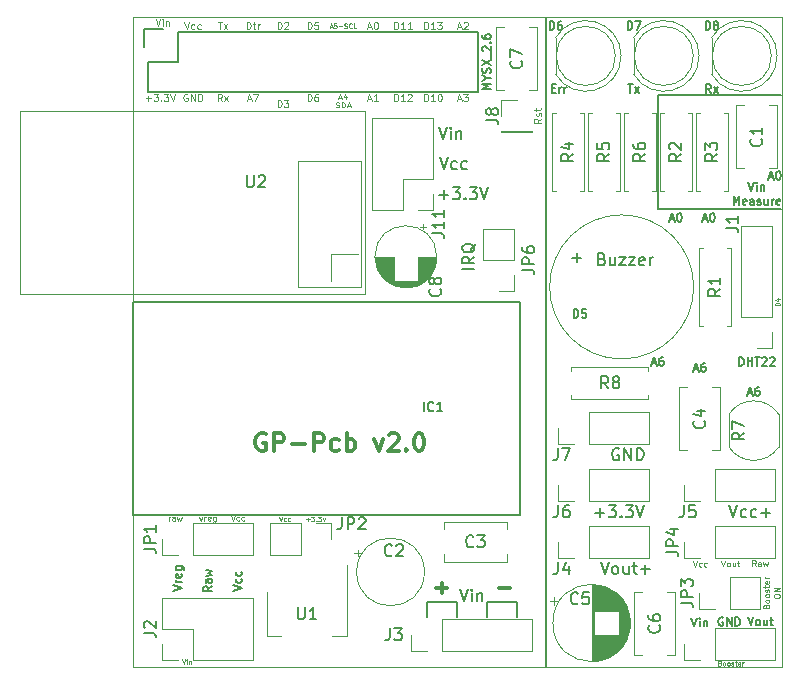
<source format=gbr>
%TF.GenerationSoftware,KiCad,Pcbnew,5.0.2-bee76a0~70~ubuntu18.04.1*%
%TF.CreationDate,2019-02-16T11:07:58+01:00*%
%TF.ProjectId,GP-Pcb,47502d50-6362-42e6-9b69-6361645f7063,2.0*%
%TF.SameCoordinates,Original*%
%TF.FileFunction,Legend,Top*%
%TF.FilePolarity,Positive*%
%FSLAX46Y46*%
G04 Gerber Fmt 4.6, Leading zero omitted, Abs format (unit mm)*
G04 Created by KiCad (PCBNEW 5.0.2-bee76a0~70~ubuntu18.04.1) date sab 16 feb 2019 11:07:58 CET*
%MOMM*%
%LPD*%
G01*
G04 APERTURE LIST*
%ADD10C,0.100000*%
%ADD11C,0.300000*%
%ADD12C,0.150000*%
%ADD13C,0.200000*%
%ADD14C,0.120000*%
%ADD15C,0.010000*%
%ADD16C,0.160000*%
G04 APERTURE END LIST*
D10*
X92981428Y-54330571D02*
X92695714Y-54530571D01*
X92981428Y-54673428D02*
X92381428Y-54673428D01*
X92381428Y-54444857D01*
X92410000Y-54387714D01*
X92438571Y-54359142D01*
X92495714Y-54330571D01*
X92581428Y-54330571D01*
X92638571Y-54359142D01*
X92667142Y-54387714D01*
X92695714Y-54444857D01*
X92695714Y-54673428D01*
X92952857Y-54102000D02*
X92981428Y-54044857D01*
X92981428Y-53930571D01*
X92952857Y-53873428D01*
X92895714Y-53844857D01*
X92867142Y-53844857D01*
X92810000Y-53873428D01*
X92781428Y-53930571D01*
X92781428Y-54016285D01*
X92752857Y-54073428D01*
X92695714Y-54102000D01*
X92667142Y-54102000D01*
X92610000Y-54073428D01*
X92581428Y-54016285D01*
X92581428Y-53930571D01*
X92610000Y-53873428D01*
X92581428Y-53673428D02*
X92581428Y-53444857D01*
X92381428Y-53587714D02*
X92895714Y-53587714D01*
X92952857Y-53559142D01*
X92981428Y-53502000D01*
X92981428Y-53444857D01*
D11*
X69660285Y-81038000D02*
X69517428Y-80966571D01*
X69303142Y-80966571D01*
X69088857Y-81038000D01*
X68946000Y-81180857D01*
X68874571Y-81323714D01*
X68803142Y-81609428D01*
X68803142Y-81823714D01*
X68874571Y-82109428D01*
X68946000Y-82252285D01*
X69088857Y-82395142D01*
X69303142Y-82466571D01*
X69446000Y-82466571D01*
X69660285Y-82395142D01*
X69731714Y-82323714D01*
X69731714Y-81823714D01*
X69446000Y-81823714D01*
X70374571Y-82466571D02*
X70374571Y-80966571D01*
X70946000Y-80966571D01*
X71088857Y-81038000D01*
X71160285Y-81109428D01*
X71231714Y-81252285D01*
X71231714Y-81466571D01*
X71160285Y-81609428D01*
X71088857Y-81680857D01*
X70946000Y-81752285D01*
X70374571Y-81752285D01*
X71874571Y-81895142D02*
X73017428Y-81895142D01*
X73731714Y-82466571D02*
X73731714Y-80966571D01*
X74303142Y-80966571D01*
X74446000Y-81038000D01*
X74517428Y-81109428D01*
X74588857Y-81252285D01*
X74588857Y-81466571D01*
X74517428Y-81609428D01*
X74446000Y-81680857D01*
X74303142Y-81752285D01*
X73731714Y-81752285D01*
X75874571Y-82395142D02*
X75731714Y-82466571D01*
X75446000Y-82466571D01*
X75303142Y-82395142D01*
X75231714Y-82323714D01*
X75160285Y-82180857D01*
X75160285Y-81752285D01*
X75231714Y-81609428D01*
X75303142Y-81538000D01*
X75446000Y-81466571D01*
X75731714Y-81466571D01*
X75874571Y-81538000D01*
X76517428Y-82466571D02*
X76517428Y-80966571D01*
X76517428Y-81538000D02*
X76660285Y-81466571D01*
X76946000Y-81466571D01*
X77088857Y-81538000D01*
X77160285Y-81609428D01*
X77231714Y-81752285D01*
X77231714Y-82180857D01*
X77160285Y-82323714D01*
X77088857Y-82395142D01*
X76946000Y-82466571D01*
X76660285Y-82466571D01*
X76517428Y-82395142D01*
X78874571Y-81466571D02*
X79231714Y-82466571D01*
X79588857Y-81466571D01*
X80088857Y-81109428D02*
X80160285Y-81038000D01*
X80303142Y-80966571D01*
X80660285Y-80966571D01*
X80803142Y-81038000D01*
X80874571Y-81109428D01*
X80946000Y-81252285D01*
X80946000Y-81395142D01*
X80874571Y-81609428D01*
X80017428Y-82466571D01*
X80946000Y-82466571D01*
X81588857Y-82323714D02*
X81660285Y-82395142D01*
X81588857Y-82466571D01*
X81517428Y-82395142D01*
X81588857Y-82323714D01*
X81588857Y-82466571D01*
X82588857Y-80966571D02*
X82731714Y-80966571D01*
X82874571Y-81038000D01*
X82946000Y-81109428D01*
X83017428Y-81252285D01*
X83088857Y-81538000D01*
X83088857Y-81895142D01*
X83017428Y-82180857D01*
X82946000Y-82323714D01*
X82874571Y-82395142D01*
X82731714Y-82466571D01*
X82588857Y-82466571D01*
X82446000Y-82395142D01*
X82374571Y-82323714D01*
X82303142Y-82180857D01*
X82231714Y-81895142D01*
X82231714Y-81538000D01*
X82303142Y-81252285D01*
X82374571Y-81109428D01*
X82446000Y-81038000D01*
X82588857Y-80966571D01*
D12*
X102370000Y-75046666D02*
X102703333Y-75046666D01*
X102303333Y-75246666D02*
X102536666Y-74546666D01*
X102770000Y-75246666D01*
X103303333Y-74546666D02*
X103170000Y-74546666D01*
X103103333Y-74580000D01*
X103070000Y-74613333D01*
X103003333Y-74713333D01*
X102970000Y-74846666D01*
X102970000Y-75113333D01*
X103003333Y-75180000D01*
X103036666Y-75213333D01*
X103103333Y-75246666D01*
X103236666Y-75246666D01*
X103303333Y-75213333D01*
X103336666Y-75180000D01*
X103370000Y-75113333D01*
X103370000Y-74946666D01*
X103336666Y-74880000D01*
X103303333Y-74846666D01*
X103236666Y-74813333D01*
X103103333Y-74813333D01*
X103036666Y-74846666D01*
X103003333Y-74880000D01*
X102970000Y-74946666D01*
X105926000Y-75554666D02*
X106259333Y-75554666D01*
X105859333Y-75754666D02*
X106092666Y-75054666D01*
X106326000Y-75754666D01*
X106859333Y-75054666D02*
X106726000Y-75054666D01*
X106659333Y-75088000D01*
X106626000Y-75121333D01*
X106559333Y-75221333D01*
X106526000Y-75354666D01*
X106526000Y-75621333D01*
X106559333Y-75688000D01*
X106592666Y-75721333D01*
X106659333Y-75754666D01*
X106792666Y-75754666D01*
X106859333Y-75721333D01*
X106892666Y-75688000D01*
X106926000Y-75621333D01*
X106926000Y-75454666D01*
X106892666Y-75388000D01*
X106859333Y-75354666D01*
X106792666Y-75321333D01*
X106659333Y-75321333D01*
X106592666Y-75354666D01*
X106559333Y-75388000D01*
X106526000Y-75454666D01*
X112276000Y-59298666D02*
X112609333Y-59298666D01*
X112209333Y-59498666D02*
X112442666Y-58798666D01*
X112676000Y-59498666D01*
X113042666Y-58798666D02*
X113109333Y-58798666D01*
X113176000Y-58832000D01*
X113209333Y-58865333D01*
X113242666Y-58932000D01*
X113276000Y-59065333D01*
X113276000Y-59232000D01*
X113242666Y-59365333D01*
X113209333Y-59432000D01*
X113176000Y-59465333D01*
X113109333Y-59498666D01*
X113042666Y-59498666D01*
X112976000Y-59465333D01*
X112942666Y-59432000D01*
X112909333Y-59365333D01*
X112876000Y-59232000D01*
X112876000Y-59065333D01*
X112909333Y-58932000D01*
X112942666Y-58865333D01*
X112976000Y-58832000D01*
X113042666Y-58798666D01*
X106688000Y-62854666D02*
X107021333Y-62854666D01*
X106621333Y-63054666D02*
X106854666Y-62354666D01*
X107088000Y-63054666D01*
X107454666Y-62354666D02*
X107521333Y-62354666D01*
X107588000Y-62388000D01*
X107621333Y-62421333D01*
X107654666Y-62488000D01*
X107688000Y-62621333D01*
X107688000Y-62788000D01*
X107654666Y-62921333D01*
X107621333Y-62988000D01*
X107588000Y-63021333D01*
X107521333Y-63054666D01*
X107454666Y-63054666D01*
X107388000Y-63021333D01*
X107354666Y-62988000D01*
X107321333Y-62921333D01*
X107288000Y-62788000D01*
X107288000Y-62621333D01*
X107321333Y-62488000D01*
X107354666Y-62421333D01*
X107388000Y-62388000D01*
X107454666Y-62354666D01*
X103894000Y-62854666D02*
X104227333Y-62854666D01*
X103827333Y-63054666D02*
X104060666Y-62354666D01*
X104294000Y-63054666D01*
X104660666Y-62354666D02*
X104727333Y-62354666D01*
X104794000Y-62388000D01*
X104827333Y-62421333D01*
X104860666Y-62488000D01*
X104894000Y-62621333D01*
X104894000Y-62788000D01*
X104860666Y-62921333D01*
X104827333Y-62988000D01*
X104794000Y-63021333D01*
X104727333Y-63054666D01*
X104660666Y-63054666D01*
X104594000Y-63021333D01*
X104560666Y-62988000D01*
X104527333Y-62921333D01*
X104494000Y-62788000D01*
X104494000Y-62621333D01*
X104527333Y-62488000D01*
X104560666Y-62421333D01*
X104594000Y-62388000D01*
X104660666Y-62354666D01*
X110498000Y-77586666D02*
X110831333Y-77586666D01*
X110431333Y-77786666D02*
X110664666Y-77086666D01*
X110898000Y-77786666D01*
X111431333Y-77086666D02*
X111298000Y-77086666D01*
X111231333Y-77120000D01*
X111198000Y-77153333D01*
X111131333Y-77253333D01*
X111098000Y-77386666D01*
X111098000Y-77653333D01*
X111131333Y-77720000D01*
X111164666Y-77753333D01*
X111231333Y-77786666D01*
X111364666Y-77786666D01*
X111431333Y-77753333D01*
X111464666Y-77720000D01*
X111498000Y-77653333D01*
X111498000Y-77486666D01*
X111464666Y-77420000D01*
X111431333Y-77386666D01*
X111364666Y-77353333D01*
X111231333Y-77353333D01*
X111164666Y-77386666D01*
X111131333Y-77420000D01*
X111098000Y-77486666D01*
X95749333Y-71182666D02*
X95749333Y-70482666D01*
X95916000Y-70482666D01*
X96016000Y-70516000D01*
X96082666Y-70582666D01*
X96116000Y-70649333D01*
X96149333Y-70782666D01*
X96149333Y-70882666D01*
X96116000Y-71016000D01*
X96082666Y-71082666D01*
X96016000Y-71149333D01*
X95916000Y-71182666D01*
X95749333Y-71182666D01*
X96782666Y-70482666D02*
X96449333Y-70482666D01*
X96416000Y-70816000D01*
X96449333Y-70782666D01*
X96516000Y-70749333D01*
X96682666Y-70749333D01*
X96749333Y-70782666D01*
X96782666Y-70816000D01*
X96816000Y-70882666D01*
X96816000Y-71049333D01*
X96782666Y-71116000D01*
X96749333Y-71149333D01*
X96682666Y-71182666D01*
X96516000Y-71182666D01*
X96449333Y-71149333D01*
X96416000Y-71116000D01*
D10*
X113210952Y-70145238D02*
X112810952Y-70145238D01*
X112810952Y-70050000D01*
X112830000Y-69992857D01*
X112868095Y-69954761D01*
X112906190Y-69935714D01*
X112982380Y-69916666D01*
X113039523Y-69916666D01*
X113115714Y-69935714D01*
X113153809Y-69954761D01*
X113191904Y-69992857D01*
X113210952Y-70050000D01*
X113210952Y-70145238D01*
X112944285Y-69573809D02*
X113210952Y-69573809D01*
X112791904Y-69669047D02*
X113077619Y-69764285D01*
X113077619Y-69516666D01*
D12*
X106925333Y-46798666D02*
X106925333Y-46098666D01*
X107092000Y-46098666D01*
X107192000Y-46132000D01*
X107258666Y-46198666D01*
X107292000Y-46265333D01*
X107325333Y-46398666D01*
X107325333Y-46498666D01*
X107292000Y-46632000D01*
X107258666Y-46698666D01*
X107192000Y-46765333D01*
X107092000Y-46798666D01*
X106925333Y-46798666D01*
X107725333Y-46398666D02*
X107658666Y-46365333D01*
X107625333Y-46332000D01*
X107592000Y-46265333D01*
X107592000Y-46232000D01*
X107625333Y-46165333D01*
X107658666Y-46132000D01*
X107725333Y-46098666D01*
X107858666Y-46098666D01*
X107925333Y-46132000D01*
X107958666Y-46165333D01*
X107992000Y-46232000D01*
X107992000Y-46265333D01*
X107958666Y-46332000D01*
X107925333Y-46365333D01*
X107858666Y-46398666D01*
X107725333Y-46398666D01*
X107658666Y-46432000D01*
X107625333Y-46465333D01*
X107592000Y-46532000D01*
X107592000Y-46665333D01*
X107625333Y-46732000D01*
X107658666Y-46765333D01*
X107725333Y-46798666D01*
X107858666Y-46798666D01*
X107925333Y-46765333D01*
X107958666Y-46732000D01*
X107992000Y-46665333D01*
X107992000Y-46532000D01*
X107958666Y-46465333D01*
X107925333Y-46432000D01*
X107858666Y-46398666D01*
X100321333Y-46798666D02*
X100321333Y-46098666D01*
X100488000Y-46098666D01*
X100588000Y-46132000D01*
X100654666Y-46198666D01*
X100688000Y-46265333D01*
X100721333Y-46398666D01*
X100721333Y-46498666D01*
X100688000Y-46632000D01*
X100654666Y-46698666D01*
X100588000Y-46765333D01*
X100488000Y-46798666D01*
X100321333Y-46798666D01*
X100954666Y-46098666D02*
X101421333Y-46098666D01*
X101121333Y-46798666D01*
X93717333Y-46798666D02*
X93717333Y-46098666D01*
X93884000Y-46098666D01*
X93984000Y-46132000D01*
X94050666Y-46198666D01*
X94084000Y-46265333D01*
X94117333Y-46398666D01*
X94117333Y-46498666D01*
X94084000Y-46632000D01*
X94050666Y-46698666D01*
X93984000Y-46765333D01*
X93884000Y-46798666D01*
X93717333Y-46798666D01*
X94717333Y-46098666D02*
X94584000Y-46098666D01*
X94517333Y-46132000D01*
X94484000Y-46165333D01*
X94417333Y-46265333D01*
X94384000Y-46398666D01*
X94384000Y-46665333D01*
X94417333Y-46732000D01*
X94450666Y-46765333D01*
X94517333Y-46798666D01*
X94650666Y-46798666D01*
X94717333Y-46765333D01*
X94750666Y-46732000D01*
X94784000Y-46665333D01*
X94784000Y-46498666D01*
X94750666Y-46432000D01*
X94717333Y-46398666D01*
X94650666Y-46365333D01*
X94517333Y-46365333D01*
X94450666Y-46398666D01*
X94417333Y-46432000D01*
X94384000Y-46498666D01*
D10*
X85931428Y-52678000D02*
X86217142Y-52678000D01*
X85874285Y-52849428D02*
X86074285Y-52249428D01*
X86274285Y-52849428D01*
X86417142Y-52249428D02*
X86788571Y-52249428D01*
X86588571Y-52478000D01*
X86674285Y-52478000D01*
X86731428Y-52506571D01*
X86760000Y-52535142D01*
X86788571Y-52592285D01*
X86788571Y-52735142D01*
X86760000Y-52792285D01*
X86731428Y-52820857D01*
X86674285Y-52849428D01*
X86502857Y-52849428D01*
X86445714Y-52820857D01*
X86417142Y-52792285D01*
X85931428Y-46582000D02*
X86217142Y-46582000D01*
X85874285Y-46753428D02*
X86074285Y-46153428D01*
X86274285Y-46753428D01*
X86445714Y-46210571D02*
X86474285Y-46182000D01*
X86531428Y-46153428D01*
X86674285Y-46153428D01*
X86731428Y-46182000D01*
X86760000Y-46210571D01*
X86788571Y-46267714D01*
X86788571Y-46324857D01*
X86760000Y-46410571D01*
X86417142Y-46753428D01*
X86788571Y-46753428D01*
X83091428Y-52849428D02*
X83091428Y-52249428D01*
X83234285Y-52249428D01*
X83320000Y-52278000D01*
X83377142Y-52335142D01*
X83405714Y-52392285D01*
X83434285Y-52506571D01*
X83434285Y-52592285D01*
X83405714Y-52706571D01*
X83377142Y-52763714D01*
X83320000Y-52820857D01*
X83234285Y-52849428D01*
X83091428Y-52849428D01*
X84005714Y-52849428D02*
X83662857Y-52849428D01*
X83834285Y-52849428D02*
X83834285Y-52249428D01*
X83777142Y-52335142D01*
X83720000Y-52392285D01*
X83662857Y-52420857D01*
X84377142Y-52249428D02*
X84434285Y-52249428D01*
X84491428Y-52278000D01*
X84520000Y-52306571D01*
X84548571Y-52363714D01*
X84577142Y-52478000D01*
X84577142Y-52620857D01*
X84548571Y-52735142D01*
X84520000Y-52792285D01*
X84491428Y-52820857D01*
X84434285Y-52849428D01*
X84377142Y-52849428D01*
X84320000Y-52820857D01*
X84291428Y-52792285D01*
X84262857Y-52735142D01*
X84234285Y-52620857D01*
X84234285Y-52478000D01*
X84262857Y-52363714D01*
X84291428Y-52306571D01*
X84320000Y-52278000D01*
X84377142Y-52249428D01*
X83091428Y-46753428D02*
X83091428Y-46153428D01*
X83234285Y-46153428D01*
X83320000Y-46182000D01*
X83377142Y-46239142D01*
X83405714Y-46296285D01*
X83434285Y-46410571D01*
X83434285Y-46496285D01*
X83405714Y-46610571D01*
X83377142Y-46667714D01*
X83320000Y-46724857D01*
X83234285Y-46753428D01*
X83091428Y-46753428D01*
X84005714Y-46753428D02*
X83662857Y-46753428D01*
X83834285Y-46753428D02*
X83834285Y-46153428D01*
X83777142Y-46239142D01*
X83720000Y-46296285D01*
X83662857Y-46324857D01*
X84205714Y-46153428D02*
X84577142Y-46153428D01*
X84377142Y-46382000D01*
X84462857Y-46382000D01*
X84520000Y-46410571D01*
X84548571Y-46439142D01*
X84577142Y-46496285D01*
X84577142Y-46639142D01*
X84548571Y-46696285D01*
X84520000Y-46724857D01*
X84462857Y-46753428D01*
X84291428Y-46753428D01*
X84234285Y-46724857D01*
X84205714Y-46696285D01*
X80551428Y-52849428D02*
X80551428Y-52249428D01*
X80694285Y-52249428D01*
X80780000Y-52278000D01*
X80837142Y-52335142D01*
X80865714Y-52392285D01*
X80894285Y-52506571D01*
X80894285Y-52592285D01*
X80865714Y-52706571D01*
X80837142Y-52763714D01*
X80780000Y-52820857D01*
X80694285Y-52849428D01*
X80551428Y-52849428D01*
X81465714Y-52849428D02*
X81122857Y-52849428D01*
X81294285Y-52849428D02*
X81294285Y-52249428D01*
X81237142Y-52335142D01*
X81180000Y-52392285D01*
X81122857Y-52420857D01*
X81694285Y-52306571D02*
X81722857Y-52278000D01*
X81780000Y-52249428D01*
X81922857Y-52249428D01*
X81980000Y-52278000D01*
X82008571Y-52306571D01*
X82037142Y-52363714D01*
X82037142Y-52420857D01*
X82008571Y-52506571D01*
X81665714Y-52849428D01*
X82037142Y-52849428D01*
X80551428Y-46753428D02*
X80551428Y-46153428D01*
X80694285Y-46153428D01*
X80780000Y-46182000D01*
X80837142Y-46239142D01*
X80865714Y-46296285D01*
X80894285Y-46410571D01*
X80894285Y-46496285D01*
X80865714Y-46610571D01*
X80837142Y-46667714D01*
X80780000Y-46724857D01*
X80694285Y-46753428D01*
X80551428Y-46753428D01*
X81465714Y-46753428D02*
X81122857Y-46753428D01*
X81294285Y-46753428D02*
X81294285Y-46153428D01*
X81237142Y-46239142D01*
X81180000Y-46296285D01*
X81122857Y-46324857D01*
X82037142Y-46753428D02*
X81694285Y-46753428D01*
X81865714Y-46753428D02*
X81865714Y-46153428D01*
X81808571Y-46239142D01*
X81751428Y-46296285D01*
X81694285Y-46324857D01*
X78311428Y-52678000D02*
X78597142Y-52678000D01*
X78254285Y-52849428D02*
X78454285Y-52249428D01*
X78654285Y-52849428D01*
X79168571Y-52849428D02*
X78825714Y-52849428D01*
X78997142Y-52849428D02*
X78997142Y-52249428D01*
X78940000Y-52335142D01*
X78882857Y-52392285D01*
X78825714Y-52420857D01*
X78311428Y-46582000D02*
X78597142Y-46582000D01*
X78254285Y-46753428D02*
X78454285Y-46153428D01*
X78654285Y-46753428D01*
X78968571Y-46153428D02*
X79025714Y-46153428D01*
X79082857Y-46182000D01*
X79111428Y-46210571D01*
X79140000Y-46267714D01*
X79168571Y-46382000D01*
X79168571Y-46524857D01*
X79140000Y-46639142D01*
X79111428Y-46696285D01*
X79082857Y-46724857D01*
X79025714Y-46753428D01*
X78968571Y-46753428D01*
X78911428Y-46724857D01*
X78882857Y-46696285D01*
X78854285Y-46639142D01*
X78825714Y-46524857D01*
X78825714Y-46382000D01*
X78854285Y-46267714D01*
X78882857Y-46210571D01*
X78911428Y-46182000D01*
X78968571Y-46153428D01*
X75842857Y-52548666D02*
X76080952Y-52548666D01*
X75795238Y-52662952D02*
X75961904Y-52262952D01*
X76128571Y-52662952D01*
X76509523Y-52396285D02*
X76509523Y-52662952D01*
X76390476Y-52243904D02*
X76271428Y-52529619D01*
X76580952Y-52529619D01*
X75592857Y-53343904D02*
X75664285Y-53362952D01*
X75783333Y-53362952D01*
X75830952Y-53343904D01*
X75854761Y-53324857D01*
X75878571Y-53286761D01*
X75878571Y-53248666D01*
X75854761Y-53210571D01*
X75830952Y-53191523D01*
X75783333Y-53172476D01*
X75688095Y-53153428D01*
X75640476Y-53134380D01*
X75616666Y-53115333D01*
X75592857Y-53077238D01*
X75592857Y-53039142D01*
X75616666Y-53001047D01*
X75640476Y-52982000D01*
X75688095Y-52962952D01*
X75807142Y-52962952D01*
X75878571Y-52982000D01*
X76092857Y-53362952D02*
X76092857Y-52962952D01*
X76211904Y-52962952D01*
X76283333Y-52982000D01*
X76330952Y-53020095D01*
X76354761Y-53058190D01*
X76378571Y-53134380D01*
X76378571Y-53191523D01*
X76354761Y-53267714D01*
X76330952Y-53305809D01*
X76283333Y-53343904D01*
X76211904Y-53362952D01*
X76092857Y-53362952D01*
X76569047Y-53248666D02*
X76807142Y-53248666D01*
X76521428Y-53362952D02*
X76688095Y-52962952D01*
X76854761Y-53362952D01*
X75114285Y-46548666D02*
X75304761Y-46548666D01*
X75076190Y-46662952D02*
X75209523Y-46262952D01*
X75342857Y-46662952D01*
X75666666Y-46262952D02*
X75476190Y-46262952D01*
X75457142Y-46453428D01*
X75476190Y-46434380D01*
X75514285Y-46415333D01*
X75609523Y-46415333D01*
X75647619Y-46434380D01*
X75666666Y-46453428D01*
X75685714Y-46491523D01*
X75685714Y-46586761D01*
X75666666Y-46624857D01*
X75647619Y-46643904D01*
X75609523Y-46662952D01*
X75514285Y-46662952D01*
X75476190Y-46643904D01*
X75457142Y-46624857D01*
X75857142Y-46510571D02*
X76161904Y-46510571D01*
X76333333Y-46643904D02*
X76390476Y-46662952D01*
X76485714Y-46662952D01*
X76523809Y-46643904D01*
X76542857Y-46624857D01*
X76561904Y-46586761D01*
X76561904Y-46548666D01*
X76542857Y-46510571D01*
X76523809Y-46491523D01*
X76485714Y-46472476D01*
X76409523Y-46453428D01*
X76371428Y-46434380D01*
X76352380Y-46415333D01*
X76333333Y-46377238D01*
X76333333Y-46339142D01*
X76352380Y-46301047D01*
X76371428Y-46282000D01*
X76409523Y-46262952D01*
X76504761Y-46262952D01*
X76561904Y-46282000D01*
X76961904Y-46624857D02*
X76942857Y-46643904D01*
X76885714Y-46662952D01*
X76847619Y-46662952D01*
X76790476Y-46643904D01*
X76752380Y-46605809D01*
X76733333Y-46567714D01*
X76714285Y-46491523D01*
X76714285Y-46434380D01*
X76733333Y-46358190D01*
X76752380Y-46320095D01*
X76790476Y-46282000D01*
X76847619Y-46262952D01*
X76885714Y-46262952D01*
X76942857Y-46282000D01*
X76961904Y-46301047D01*
X77323809Y-46662952D02*
X77133333Y-46662952D01*
X77133333Y-46262952D01*
X73217142Y-52849428D02*
X73217142Y-52249428D01*
X73360000Y-52249428D01*
X73445714Y-52278000D01*
X73502857Y-52335142D01*
X73531428Y-52392285D01*
X73560000Y-52506571D01*
X73560000Y-52592285D01*
X73531428Y-52706571D01*
X73502857Y-52763714D01*
X73445714Y-52820857D01*
X73360000Y-52849428D01*
X73217142Y-52849428D01*
X74074285Y-52249428D02*
X73960000Y-52249428D01*
X73902857Y-52278000D01*
X73874285Y-52306571D01*
X73817142Y-52392285D01*
X73788571Y-52506571D01*
X73788571Y-52735142D01*
X73817142Y-52792285D01*
X73845714Y-52820857D01*
X73902857Y-52849428D01*
X74017142Y-52849428D01*
X74074285Y-52820857D01*
X74102857Y-52792285D01*
X74131428Y-52735142D01*
X74131428Y-52592285D01*
X74102857Y-52535142D01*
X74074285Y-52506571D01*
X74017142Y-52478000D01*
X73902857Y-52478000D01*
X73845714Y-52506571D01*
X73817142Y-52535142D01*
X73788571Y-52592285D01*
X73217142Y-46753428D02*
X73217142Y-46153428D01*
X73360000Y-46153428D01*
X73445714Y-46182000D01*
X73502857Y-46239142D01*
X73531428Y-46296285D01*
X73560000Y-46410571D01*
X73560000Y-46496285D01*
X73531428Y-46610571D01*
X73502857Y-46667714D01*
X73445714Y-46724857D01*
X73360000Y-46753428D01*
X73217142Y-46753428D01*
X74102857Y-46153428D02*
X73817142Y-46153428D01*
X73788571Y-46439142D01*
X73817142Y-46410571D01*
X73874285Y-46382000D01*
X74017142Y-46382000D01*
X74074285Y-46410571D01*
X74102857Y-46439142D01*
X74131428Y-46496285D01*
X74131428Y-46639142D01*
X74102857Y-46696285D01*
X74074285Y-46724857D01*
X74017142Y-46753428D01*
X73874285Y-46753428D01*
X73817142Y-46724857D01*
X73788571Y-46696285D01*
X70677142Y-53357428D02*
X70677142Y-52757428D01*
X70820000Y-52757428D01*
X70905714Y-52786000D01*
X70962857Y-52843142D01*
X70991428Y-52900285D01*
X71020000Y-53014571D01*
X71020000Y-53100285D01*
X70991428Y-53214571D01*
X70962857Y-53271714D01*
X70905714Y-53328857D01*
X70820000Y-53357428D01*
X70677142Y-53357428D01*
X71220000Y-52757428D02*
X71591428Y-52757428D01*
X71391428Y-52986000D01*
X71477142Y-52986000D01*
X71534285Y-53014571D01*
X71562857Y-53043142D01*
X71591428Y-53100285D01*
X71591428Y-53243142D01*
X71562857Y-53300285D01*
X71534285Y-53328857D01*
X71477142Y-53357428D01*
X71305714Y-53357428D01*
X71248571Y-53328857D01*
X71220000Y-53300285D01*
X70677142Y-46753428D02*
X70677142Y-46153428D01*
X70820000Y-46153428D01*
X70905714Y-46182000D01*
X70962857Y-46239142D01*
X70991428Y-46296285D01*
X71020000Y-46410571D01*
X71020000Y-46496285D01*
X70991428Y-46610571D01*
X70962857Y-46667714D01*
X70905714Y-46724857D01*
X70820000Y-46753428D01*
X70677142Y-46753428D01*
X71248571Y-46210571D02*
X71277142Y-46182000D01*
X71334285Y-46153428D01*
X71477142Y-46153428D01*
X71534285Y-46182000D01*
X71562857Y-46210571D01*
X71591428Y-46267714D01*
X71591428Y-46324857D01*
X71562857Y-46410571D01*
X71220000Y-46753428D01*
X71591428Y-46753428D01*
X68151428Y-52678000D02*
X68437142Y-52678000D01*
X68094285Y-52849428D02*
X68294285Y-52249428D01*
X68494285Y-52849428D01*
X68637142Y-52249428D02*
X69037142Y-52249428D01*
X68780000Y-52849428D01*
X68065714Y-46753428D02*
X68065714Y-46153428D01*
X68208571Y-46153428D01*
X68294285Y-46182000D01*
X68351428Y-46239142D01*
X68380000Y-46296285D01*
X68408571Y-46410571D01*
X68408571Y-46496285D01*
X68380000Y-46610571D01*
X68351428Y-46667714D01*
X68294285Y-46724857D01*
X68208571Y-46753428D01*
X68065714Y-46753428D01*
X68580000Y-46353428D02*
X68808571Y-46353428D01*
X68665714Y-46153428D02*
X68665714Y-46667714D01*
X68694285Y-46724857D01*
X68751428Y-46753428D01*
X68808571Y-46753428D01*
X69008571Y-46753428D02*
X69008571Y-46353428D01*
X69008571Y-46467714D02*
X69037142Y-46410571D01*
X69065714Y-46382000D01*
X69122857Y-46353428D01*
X69180000Y-46353428D01*
X65982857Y-52849428D02*
X65782857Y-52563714D01*
X65640000Y-52849428D02*
X65640000Y-52249428D01*
X65868571Y-52249428D01*
X65925714Y-52278000D01*
X65954285Y-52306571D01*
X65982857Y-52363714D01*
X65982857Y-52449428D01*
X65954285Y-52506571D01*
X65925714Y-52535142D01*
X65868571Y-52563714D01*
X65640000Y-52563714D01*
X66182857Y-52849428D02*
X66497142Y-52449428D01*
X66182857Y-52449428D02*
X66497142Y-52849428D01*
X65625714Y-46153428D02*
X65968571Y-46153428D01*
X65797142Y-46753428D02*
X65797142Y-46153428D01*
X66111428Y-46753428D02*
X66425714Y-46353428D01*
X66111428Y-46353428D02*
X66425714Y-46753428D01*
X63042857Y-52278000D02*
X62985714Y-52249428D01*
X62900000Y-52249428D01*
X62814285Y-52278000D01*
X62757142Y-52335142D01*
X62728571Y-52392285D01*
X62700000Y-52506571D01*
X62700000Y-52592285D01*
X62728571Y-52706571D01*
X62757142Y-52763714D01*
X62814285Y-52820857D01*
X62900000Y-52849428D01*
X62957142Y-52849428D01*
X63042857Y-52820857D01*
X63071428Y-52792285D01*
X63071428Y-52592285D01*
X62957142Y-52592285D01*
X63328571Y-52849428D02*
X63328571Y-52249428D01*
X63671428Y-52849428D01*
X63671428Y-52249428D01*
X63957142Y-52849428D02*
X63957142Y-52249428D01*
X64100000Y-52249428D01*
X64185714Y-52278000D01*
X64242857Y-52335142D01*
X64271428Y-52392285D01*
X64300000Y-52506571D01*
X64300000Y-52592285D01*
X64271428Y-52706571D01*
X64242857Y-52763714D01*
X64185714Y-52820857D01*
X64100000Y-52849428D01*
X63957142Y-52849428D01*
X62785714Y-46153428D02*
X62985714Y-46753428D01*
X63185714Y-46153428D01*
X63642857Y-46724857D02*
X63585714Y-46753428D01*
X63471428Y-46753428D01*
X63414285Y-46724857D01*
X63385714Y-46696285D01*
X63357142Y-46639142D01*
X63357142Y-46467714D01*
X63385714Y-46410571D01*
X63414285Y-46382000D01*
X63471428Y-46353428D01*
X63585714Y-46353428D01*
X63642857Y-46382000D01*
X64157142Y-46724857D02*
X64100000Y-46753428D01*
X63985714Y-46753428D01*
X63928571Y-46724857D01*
X63900000Y-46696285D01*
X63871428Y-46639142D01*
X63871428Y-46467714D01*
X63900000Y-46410571D01*
X63928571Y-46382000D01*
X63985714Y-46353428D01*
X64100000Y-46353428D01*
X64157142Y-46382000D01*
X59506000Y-52620857D02*
X59963142Y-52620857D01*
X59734571Y-52849428D02*
X59734571Y-52392285D01*
X60191714Y-52249428D02*
X60563142Y-52249428D01*
X60363142Y-52478000D01*
X60448857Y-52478000D01*
X60506000Y-52506571D01*
X60534571Y-52535142D01*
X60563142Y-52592285D01*
X60563142Y-52735142D01*
X60534571Y-52792285D01*
X60506000Y-52820857D01*
X60448857Y-52849428D01*
X60277428Y-52849428D01*
X60220285Y-52820857D01*
X60191714Y-52792285D01*
X60820285Y-52792285D02*
X60848857Y-52820857D01*
X60820285Y-52849428D01*
X60791714Y-52820857D01*
X60820285Y-52792285D01*
X60820285Y-52849428D01*
X61048857Y-52249428D02*
X61420285Y-52249428D01*
X61220285Y-52478000D01*
X61306000Y-52478000D01*
X61363142Y-52506571D01*
X61391714Y-52535142D01*
X61420285Y-52592285D01*
X61420285Y-52735142D01*
X61391714Y-52792285D01*
X61363142Y-52820857D01*
X61306000Y-52849428D01*
X61134571Y-52849428D01*
X61077428Y-52820857D01*
X61048857Y-52792285D01*
X61591714Y-52249428D02*
X61791714Y-52849428D01*
X61991714Y-52249428D01*
X60345714Y-45899428D02*
X60545714Y-46499428D01*
X60745714Y-45899428D01*
X60945714Y-46499428D02*
X60945714Y-46099428D01*
X60945714Y-45899428D02*
X60917142Y-45928000D01*
X60945714Y-45956571D01*
X60974285Y-45928000D01*
X60945714Y-45899428D01*
X60945714Y-45956571D01*
X61231428Y-46099428D02*
X61231428Y-46499428D01*
X61231428Y-46156571D02*
X61260000Y-46128000D01*
X61317142Y-46099428D01*
X61402857Y-46099428D01*
X61460000Y-46128000D01*
X61488571Y-46185142D01*
X61488571Y-46499428D01*
D13*
X86098190Y-94194380D02*
X86431523Y-95194380D01*
X86764857Y-94194380D01*
X87098190Y-95194380D02*
X87098190Y-94527714D01*
X87098190Y-94194380D02*
X87050571Y-94242000D01*
X87098190Y-94289619D01*
X87145809Y-94242000D01*
X87098190Y-94194380D01*
X87098190Y-94289619D01*
X87574380Y-94527714D02*
X87574380Y-95194380D01*
X87574380Y-94622952D02*
X87622000Y-94575333D01*
X87717238Y-94527714D01*
X87860095Y-94527714D01*
X87955333Y-94575333D01*
X88002952Y-94670571D01*
X88002952Y-95194380D01*
D10*
X62582476Y-100110952D02*
X62715809Y-100510952D01*
X62849142Y-100110952D01*
X62982476Y-100510952D02*
X62982476Y-100244285D01*
X62982476Y-100110952D02*
X62963428Y-100130000D01*
X62982476Y-100149047D01*
X63001523Y-100130000D01*
X62982476Y-100110952D01*
X62982476Y-100149047D01*
X63172952Y-100244285D02*
X63172952Y-100510952D01*
X63172952Y-100282380D02*
X63192000Y-100263333D01*
X63230095Y-100244285D01*
X63287238Y-100244285D01*
X63325333Y-100263333D01*
X63344380Y-100301428D01*
X63344380Y-100510952D01*
D14*
X111172666Y-92224990D02*
X111006000Y-91986895D01*
X110886952Y-92224990D02*
X110886952Y-91724990D01*
X111077428Y-91724990D01*
X111125047Y-91748800D01*
X111148857Y-91772609D01*
X111172666Y-91820228D01*
X111172666Y-91891657D01*
X111148857Y-91939276D01*
X111125047Y-91963085D01*
X111077428Y-91986895D01*
X110886952Y-91986895D01*
X111601238Y-92224990D02*
X111601238Y-91963085D01*
X111577428Y-91915466D01*
X111529809Y-91891657D01*
X111434571Y-91891657D01*
X111386952Y-91915466D01*
X111601238Y-92201180D02*
X111553619Y-92224990D01*
X111434571Y-92224990D01*
X111386952Y-92201180D01*
X111363142Y-92153561D01*
X111363142Y-92105942D01*
X111386952Y-92058323D01*
X111434571Y-92034514D01*
X111553619Y-92034514D01*
X111601238Y-92010704D01*
X111791714Y-91891657D02*
X111886952Y-92224990D01*
X111982190Y-91986895D01*
X112077428Y-92224990D01*
X112172666Y-91891657D01*
X105881561Y-91775790D02*
X106048228Y-92275790D01*
X106214895Y-91775790D01*
X106595847Y-92251980D02*
X106548228Y-92275790D01*
X106452990Y-92275790D01*
X106405371Y-92251980D01*
X106381561Y-92228171D01*
X106357752Y-92180552D01*
X106357752Y-92037695D01*
X106381561Y-91990076D01*
X106405371Y-91966266D01*
X106452990Y-91942457D01*
X106548228Y-91942457D01*
X106595847Y-91966266D01*
X107024419Y-92251980D02*
X106976800Y-92275790D01*
X106881561Y-92275790D01*
X106833942Y-92251980D01*
X106810133Y-92228171D01*
X106786323Y-92180552D01*
X106786323Y-92037695D01*
X106810133Y-91990076D01*
X106833942Y-91966266D01*
X106881561Y-91942457D01*
X106976800Y-91942457D01*
X107024419Y-91966266D01*
X108254895Y-91750390D02*
X108421561Y-92250390D01*
X108588228Y-91750390D01*
X108826323Y-92250390D02*
X108778704Y-92226580D01*
X108754895Y-92202771D01*
X108731085Y-92155152D01*
X108731085Y-92012295D01*
X108754895Y-91964676D01*
X108778704Y-91940866D01*
X108826323Y-91917057D01*
X108897752Y-91917057D01*
X108945371Y-91940866D01*
X108969180Y-91964676D01*
X108992990Y-92012295D01*
X108992990Y-92155152D01*
X108969180Y-92202771D01*
X108945371Y-92226580D01*
X108897752Y-92250390D01*
X108826323Y-92250390D01*
X109421561Y-91917057D02*
X109421561Y-92250390D01*
X109207276Y-91917057D02*
X109207276Y-92178961D01*
X109231085Y-92226580D01*
X109278704Y-92250390D01*
X109350133Y-92250390D01*
X109397752Y-92226580D01*
X109421561Y-92202771D01*
X109588228Y-91917057D02*
X109778704Y-91917057D01*
X109659657Y-91750390D02*
X109659657Y-92178961D01*
X109683466Y-92226580D01*
X109731085Y-92250390D01*
X109778704Y-92250390D01*
D10*
X108137438Y-100428428D02*
X108194580Y-100447476D01*
X108213628Y-100466523D01*
X108232676Y-100504619D01*
X108232676Y-100561761D01*
X108213628Y-100599857D01*
X108194580Y-100618904D01*
X108156485Y-100637952D01*
X108004104Y-100637952D01*
X108004104Y-100237952D01*
X108137438Y-100237952D01*
X108175533Y-100257000D01*
X108194580Y-100276047D01*
X108213628Y-100314142D01*
X108213628Y-100352238D01*
X108194580Y-100390333D01*
X108175533Y-100409380D01*
X108137438Y-100428428D01*
X108004104Y-100428428D01*
X108461247Y-100637952D02*
X108423152Y-100618904D01*
X108404104Y-100599857D01*
X108385057Y-100561761D01*
X108385057Y-100447476D01*
X108404104Y-100409380D01*
X108423152Y-100390333D01*
X108461247Y-100371285D01*
X108518390Y-100371285D01*
X108556485Y-100390333D01*
X108575533Y-100409380D01*
X108594580Y-100447476D01*
X108594580Y-100561761D01*
X108575533Y-100599857D01*
X108556485Y-100618904D01*
X108518390Y-100637952D01*
X108461247Y-100637952D01*
X108823152Y-100637952D02*
X108785057Y-100618904D01*
X108766009Y-100599857D01*
X108746961Y-100561761D01*
X108746961Y-100447476D01*
X108766009Y-100409380D01*
X108785057Y-100390333D01*
X108823152Y-100371285D01*
X108880295Y-100371285D01*
X108918390Y-100390333D01*
X108937438Y-100409380D01*
X108956485Y-100447476D01*
X108956485Y-100561761D01*
X108937438Y-100599857D01*
X108918390Y-100618904D01*
X108880295Y-100637952D01*
X108823152Y-100637952D01*
X109108866Y-100618904D02*
X109146961Y-100637952D01*
X109223152Y-100637952D01*
X109261247Y-100618904D01*
X109280295Y-100580809D01*
X109280295Y-100561761D01*
X109261247Y-100523666D01*
X109223152Y-100504619D01*
X109166009Y-100504619D01*
X109127914Y-100485571D01*
X109108866Y-100447476D01*
X109108866Y-100428428D01*
X109127914Y-100390333D01*
X109166009Y-100371285D01*
X109223152Y-100371285D01*
X109261247Y-100390333D01*
X109394580Y-100371285D02*
X109546961Y-100371285D01*
X109451723Y-100237952D02*
X109451723Y-100580809D01*
X109470771Y-100618904D01*
X109508866Y-100637952D01*
X109546961Y-100637952D01*
X109832676Y-100618904D02*
X109794580Y-100637952D01*
X109718390Y-100637952D01*
X109680295Y-100618904D01*
X109661247Y-100580809D01*
X109661247Y-100428428D01*
X109680295Y-100390333D01*
X109718390Y-100371285D01*
X109794580Y-100371285D01*
X109832676Y-100390333D01*
X109851723Y-100428428D01*
X109851723Y-100466523D01*
X109661247Y-100504619D01*
X110023152Y-100637952D02*
X110023152Y-100371285D01*
X110023152Y-100447476D02*
X110042200Y-100409380D01*
X110061247Y-100390333D01*
X110099342Y-100371285D01*
X110137438Y-100371285D01*
D12*
X110490133Y-96543066D02*
X110723466Y-97243066D01*
X110956800Y-96543066D01*
X111290133Y-97243066D02*
X111223466Y-97209733D01*
X111190133Y-97176400D01*
X111156800Y-97109733D01*
X111156800Y-96909733D01*
X111190133Y-96843066D01*
X111223466Y-96809733D01*
X111290133Y-96776400D01*
X111390133Y-96776400D01*
X111456800Y-96809733D01*
X111490133Y-96843066D01*
X111523466Y-96909733D01*
X111523466Y-97109733D01*
X111490133Y-97176400D01*
X111456800Y-97209733D01*
X111390133Y-97243066D01*
X111290133Y-97243066D01*
X112123466Y-96776400D02*
X112123466Y-97243066D01*
X111823466Y-96776400D02*
X111823466Y-97143066D01*
X111856800Y-97209733D01*
X111923466Y-97243066D01*
X112023466Y-97243066D01*
X112090133Y-97209733D01*
X112123466Y-97176400D01*
X112356800Y-96776400D02*
X112623466Y-96776400D01*
X112456800Y-96543066D02*
X112456800Y-97143066D01*
X112490133Y-97209733D01*
X112556800Y-97243066D01*
X112623466Y-97243066D01*
X108381866Y-96601800D02*
X108315200Y-96568466D01*
X108215200Y-96568466D01*
X108115200Y-96601800D01*
X108048533Y-96668466D01*
X108015200Y-96735133D01*
X107981866Y-96868466D01*
X107981866Y-96968466D01*
X108015200Y-97101800D01*
X108048533Y-97168466D01*
X108115200Y-97235133D01*
X108215200Y-97268466D01*
X108281866Y-97268466D01*
X108381866Y-97235133D01*
X108415200Y-97201800D01*
X108415200Y-96968466D01*
X108281866Y-96968466D01*
X108715200Y-97268466D02*
X108715200Y-96568466D01*
X109115200Y-97268466D01*
X109115200Y-96568466D01*
X109448533Y-97268466D02*
X109448533Y-96568466D01*
X109615200Y-96568466D01*
X109715200Y-96601800D01*
X109781866Y-96668466D01*
X109815200Y-96735133D01*
X109848533Y-96868466D01*
X109848533Y-96968466D01*
X109815200Y-97101800D01*
X109781866Y-97168466D01*
X109715200Y-97235133D01*
X109615200Y-97268466D01*
X109448533Y-97268466D01*
X105709333Y-96593866D02*
X105942666Y-97293866D01*
X106176000Y-96593866D01*
X106409333Y-97293866D02*
X106409333Y-96827200D01*
X106409333Y-96593866D02*
X106376000Y-96627200D01*
X106409333Y-96660533D01*
X106442666Y-96627200D01*
X106409333Y-96593866D01*
X106409333Y-96660533D01*
X106742666Y-96827200D02*
X106742666Y-97293866D01*
X106742666Y-96893866D02*
X106776000Y-96860533D01*
X106842666Y-96827200D01*
X106942666Y-96827200D01*
X107009333Y-96860533D01*
X107042666Y-96927200D01*
X107042666Y-97293866D01*
D10*
X70821609Y-88020552D02*
X70954942Y-88420552D01*
X71088276Y-88020552D01*
X71393038Y-88401504D02*
X71354942Y-88420552D01*
X71278752Y-88420552D01*
X71240657Y-88401504D01*
X71221609Y-88382457D01*
X71202561Y-88344361D01*
X71202561Y-88230076D01*
X71221609Y-88191980D01*
X71240657Y-88172933D01*
X71278752Y-88153885D01*
X71354942Y-88153885D01*
X71393038Y-88172933D01*
X71735895Y-88401504D02*
X71697800Y-88420552D01*
X71621609Y-88420552D01*
X71583514Y-88401504D01*
X71564466Y-88382457D01*
X71545419Y-88344361D01*
X71545419Y-88230076D01*
X71564466Y-88191980D01*
X71583514Y-88172933D01*
X71621609Y-88153885D01*
X71697800Y-88153885D01*
X71735895Y-88172933D01*
D14*
X64055714Y-88030857D02*
X64174761Y-88364190D01*
X64293809Y-88030857D01*
X64484285Y-88364190D02*
X64484285Y-88030857D01*
X64484285Y-88126095D02*
X64508095Y-88078476D01*
X64531904Y-88054666D01*
X64579523Y-88030857D01*
X64627142Y-88030857D01*
X64984285Y-88340380D02*
X64936666Y-88364190D01*
X64841428Y-88364190D01*
X64793809Y-88340380D01*
X64770000Y-88292761D01*
X64770000Y-88102285D01*
X64793809Y-88054666D01*
X64841428Y-88030857D01*
X64936666Y-88030857D01*
X64984285Y-88054666D01*
X65008095Y-88102285D01*
X65008095Y-88149904D01*
X64770000Y-88197523D01*
X65436666Y-88030857D02*
X65436666Y-88435619D01*
X65412857Y-88483238D01*
X65389047Y-88507047D01*
X65341428Y-88530857D01*
X65270000Y-88530857D01*
X65222380Y-88507047D01*
X65436666Y-88340380D02*
X65389047Y-88364190D01*
X65293809Y-88364190D01*
X65246190Y-88340380D01*
X65222380Y-88316571D01*
X65198571Y-88268952D01*
X65198571Y-88126095D01*
X65222380Y-88078476D01*
X65246190Y-88054666D01*
X65293809Y-88030857D01*
X65389047Y-88030857D01*
X65436666Y-88054666D01*
X66714761Y-87864190D02*
X66881428Y-88364190D01*
X67048095Y-87864190D01*
X67429047Y-88340380D02*
X67381428Y-88364190D01*
X67286190Y-88364190D01*
X67238571Y-88340380D01*
X67214761Y-88316571D01*
X67190952Y-88268952D01*
X67190952Y-88126095D01*
X67214761Y-88078476D01*
X67238571Y-88054666D01*
X67286190Y-88030857D01*
X67381428Y-88030857D01*
X67429047Y-88054666D01*
X67857619Y-88340380D02*
X67810000Y-88364190D01*
X67714761Y-88364190D01*
X67667142Y-88340380D01*
X67643333Y-88316571D01*
X67619523Y-88268952D01*
X67619523Y-88126095D01*
X67643333Y-88078476D01*
X67667142Y-88054666D01*
X67714761Y-88030857D01*
X67810000Y-88030857D01*
X67857619Y-88054666D01*
X61452190Y-88364190D02*
X61452190Y-88030857D01*
X61452190Y-88126095D02*
X61476000Y-88078476D01*
X61499809Y-88054666D01*
X61547428Y-88030857D01*
X61595047Y-88030857D01*
X61976000Y-88364190D02*
X61976000Y-88102285D01*
X61952190Y-88054666D01*
X61904571Y-88030857D01*
X61809333Y-88030857D01*
X61761714Y-88054666D01*
X61976000Y-88340380D02*
X61928380Y-88364190D01*
X61809333Y-88364190D01*
X61761714Y-88340380D01*
X61737904Y-88292761D01*
X61737904Y-88245142D01*
X61761714Y-88197523D01*
X61809333Y-88173714D01*
X61928380Y-88173714D01*
X61976000Y-88149904D01*
X62166476Y-88030857D02*
X62261714Y-88364190D01*
X62356952Y-88126095D01*
X62452190Y-88364190D01*
X62547428Y-88030857D01*
D10*
X73082247Y-88268171D02*
X73387009Y-88268171D01*
X73234628Y-88420552D02*
X73234628Y-88115790D01*
X73539390Y-88020552D02*
X73787009Y-88020552D01*
X73653676Y-88172933D01*
X73710819Y-88172933D01*
X73748914Y-88191980D01*
X73767961Y-88211028D01*
X73787009Y-88249123D01*
X73787009Y-88344361D01*
X73767961Y-88382457D01*
X73748914Y-88401504D01*
X73710819Y-88420552D01*
X73596533Y-88420552D01*
X73558438Y-88401504D01*
X73539390Y-88382457D01*
X73958438Y-88382457D02*
X73977485Y-88401504D01*
X73958438Y-88420552D01*
X73939390Y-88401504D01*
X73958438Y-88382457D01*
X73958438Y-88420552D01*
X74110819Y-88020552D02*
X74358438Y-88020552D01*
X74225104Y-88172933D01*
X74282247Y-88172933D01*
X74320342Y-88191980D01*
X74339390Y-88211028D01*
X74358438Y-88249123D01*
X74358438Y-88344361D01*
X74339390Y-88382457D01*
X74320342Y-88401504D01*
X74282247Y-88420552D01*
X74167961Y-88420552D01*
X74129866Y-88401504D01*
X74110819Y-88382457D01*
X74491771Y-88153885D02*
X74587009Y-88420552D01*
X74682247Y-88153885D01*
D12*
X107375333Y-52132666D02*
X107142000Y-51799333D01*
X106975333Y-52132666D02*
X106975333Y-51432666D01*
X107242000Y-51432666D01*
X107308666Y-51466000D01*
X107342000Y-51499333D01*
X107375333Y-51566000D01*
X107375333Y-51666000D01*
X107342000Y-51732666D01*
X107308666Y-51766000D01*
X107242000Y-51799333D01*
X106975333Y-51799333D01*
X107608666Y-52132666D02*
X107975333Y-51666000D01*
X107608666Y-51666000D02*
X107975333Y-52132666D01*
X100354666Y-51432666D02*
X100754666Y-51432666D01*
X100554666Y-52132666D02*
X100554666Y-51432666D01*
X100921333Y-52132666D02*
X101288000Y-51666000D01*
X100921333Y-51666000D02*
X101288000Y-52132666D01*
X93904666Y-51766000D02*
X94138000Y-51766000D01*
X94238000Y-52132666D02*
X93904666Y-52132666D01*
X93904666Y-51432666D01*
X94238000Y-51432666D01*
X94538000Y-52132666D02*
X94538000Y-51666000D01*
X94538000Y-51799333D02*
X94571333Y-51732666D01*
X94604666Y-51699333D01*
X94671333Y-51666000D01*
X94738000Y-51666000D01*
X94971333Y-52132666D02*
X94971333Y-51666000D01*
X94971333Y-51799333D02*
X95004666Y-51732666D01*
X95038000Y-51699333D01*
X95104666Y-51666000D01*
X95171333Y-51666000D01*
X110535333Y-59722666D02*
X110768666Y-60422666D01*
X111002000Y-59722666D01*
X111235333Y-60422666D02*
X111235333Y-59956000D01*
X111235333Y-59722666D02*
X111202000Y-59756000D01*
X111235333Y-59789333D01*
X111268666Y-59756000D01*
X111235333Y-59722666D01*
X111235333Y-59789333D01*
X111568666Y-59956000D02*
X111568666Y-60422666D01*
X111568666Y-60022666D02*
X111602000Y-59989333D01*
X111668666Y-59956000D01*
X111768666Y-59956000D01*
X111835333Y-59989333D01*
X111868666Y-60056000D01*
X111868666Y-60422666D01*
X109285333Y-61622666D02*
X109285333Y-60922666D01*
X109518666Y-61422666D01*
X109752000Y-60922666D01*
X109752000Y-61622666D01*
X110352000Y-61589333D02*
X110285333Y-61622666D01*
X110152000Y-61622666D01*
X110085333Y-61589333D01*
X110052000Y-61522666D01*
X110052000Y-61256000D01*
X110085333Y-61189333D01*
X110152000Y-61156000D01*
X110285333Y-61156000D01*
X110352000Y-61189333D01*
X110385333Y-61256000D01*
X110385333Y-61322666D01*
X110052000Y-61389333D01*
X110985333Y-61622666D02*
X110985333Y-61256000D01*
X110952000Y-61189333D01*
X110885333Y-61156000D01*
X110752000Y-61156000D01*
X110685333Y-61189333D01*
X110985333Y-61589333D02*
X110918666Y-61622666D01*
X110752000Y-61622666D01*
X110685333Y-61589333D01*
X110652000Y-61522666D01*
X110652000Y-61456000D01*
X110685333Y-61389333D01*
X110752000Y-61356000D01*
X110918666Y-61356000D01*
X110985333Y-61322666D01*
X111285333Y-61589333D02*
X111352000Y-61622666D01*
X111485333Y-61622666D01*
X111552000Y-61589333D01*
X111585333Y-61522666D01*
X111585333Y-61489333D01*
X111552000Y-61422666D01*
X111485333Y-61389333D01*
X111385333Y-61389333D01*
X111318666Y-61356000D01*
X111285333Y-61289333D01*
X111285333Y-61256000D01*
X111318666Y-61189333D01*
X111385333Y-61156000D01*
X111485333Y-61156000D01*
X111552000Y-61189333D01*
X112185333Y-61156000D02*
X112185333Y-61622666D01*
X111885333Y-61156000D02*
X111885333Y-61522666D01*
X111918666Y-61589333D01*
X111985333Y-61622666D01*
X112085333Y-61622666D01*
X112152000Y-61589333D01*
X112185333Y-61556000D01*
X112518666Y-61622666D02*
X112518666Y-61156000D01*
X112518666Y-61289333D02*
X112552000Y-61222666D01*
X112585333Y-61189333D01*
X112652000Y-61156000D01*
X112718666Y-61156000D01*
X113218666Y-61589333D02*
X113152000Y-61622666D01*
X113018666Y-61622666D01*
X112952000Y-61589333D01*
X112918666Y-61522666D01*
X112918666Y-61256000D01*
X112952000Y-61189333D01*
X113018666Y-61156000D01*
X113152000Y-61156000D01*
X113218666Y-61189333D01*
X113252000Y-61256000D01*
X113252000Y-61322666D01*
X112918666Y-61389333D01*
D13*
X102870000Y-52324000D02*
X113284000Y-52324000D01*
X102870000Y-61976000D02*
X113284000Y-61976000D01*
X102870000Y-52324000D02*
X102870000Y-61976000D01*
D12*
X109768666Y-75246666D02*
X109768666Y-74546666D01*
X109935333Y-74546666D01*
X110035333Y-74580000D01*
X110102000Y-74646666D01*
X110135333Y-74713333D01*
X110168666Y-74846666D01*
X110168666Y-74946666D01*
X110135333Y-75080000D01*
X110102000Y-75146666D01*
X110035333Y-75213333D01*
X109935333Y-75246666D01*
X109768666Y-75246666D01*
X110468666Y-75246666D02*
X110468666Y-74546666D01*
X110468666Y-74880000D02*
X110868666Y-74880000D01*
X110868666Y-75246666D02*
X110868666Y-74546666D01*
X111102000Y-74546666D02*
X111502000Y-74546666D01*
X111302000Y-75246666D02*
X111302000Y-74546666D01*
X111702000Y-74613333D02*
X111735333Y-74580000D01*
X111802000Y-74546666D01*
X111968666Y-74546666D01*
X112035333Y-74580000D01*
X112068666Y-74613333D01*
X112102000Y-74680000D01*
X112102000Y-74746666D01*
X112068666Y-74846666D01*
X111668666Y-75246666D01*
X112102000Y-75246666D01*
X112368666Y-74613333D02*
X112402000Y-74580000D01*
X112468666Y-74546666D01*
X112635333Y-74546666D01*
X112702000Y-74580000D01*
X112735333Y-74613333D01*
X112768666Y-74680000D01*
X112768666Y-74746666D01*
X112735333Y-74846666D01*
X112335333Y-75246666D01*
X112768666Y-75246666D01*
X87320380Y-67063809D02*
X86320380Y-67063809D01*
X87320380Y-66016190D02*
X86844190Y-66349523D01*
X87320380Y-66587619D02*
X86320380Y-66587619D01*
X86320380Y-66206666D01*
X86368000Y-66111428D01*
X86415619Y-66063809D01*
X86510857Y-66016190D01*
X86653714Y-66016190D01*
X86748952Y-66063809D01*
X86796571Y-66111428D01*
X86844190Y-66206666D01*
X86844190Y-66587619D01*
X87415619Y-64920952D02*
X87368000Y-65016190D01*
X87272761Y-65111428D01*
X87129904Y-65254285D01*
X87082285Y-65349523D01*
X87082285Y-65444761D01*
X87320380Y-65397142D02*
X87272761Y-65492380D01*
X87177523Y-65587619D01*
X86987047Y-65635238D01*
X86653714Y-65635238D01*
X86463238Y-65587619D01*
X86368000Y-65492380D01*
X86320380Y-65397142D01*
X86320380Y-65206666D01*
X86368000Y-65111428D01*
X86463238Y-65016190D01*
X86653714Y-64968571D01*
X86987047Y-64968571D01*
X87177523Y-65016190D01*
X87272761Y-65111428D01*
X87320380Y-65206666D01*
X87320380Y-65397142D01*
X84360000Y-60777428D02*
X85121904Y-60777428D01*
X84740952Y-61158380D02*
X84740952Y-60396476D01*
X85502857Y-60158380D02*
X86121904Y-60158380D01*
X85788571Y-60539333D01*
X85931428Y-60539333D01*
X86026666Y-60586952D01*
X86074285Y-60634571D01*
X86121904Y-60729809D01*
X86121904Y-60967904D01*
X86074285Y-61063142D01*
X86026666Y-61110761D01*
X85931428Y-61158380D01*
X85645714Y-61158380D01*
X85550476Y-61110761D01*
X85502857Y-61063142D01*
X86550476Y-61063142D02*
X86598095Y-61110761D01*
X86550476Y-61158380D01*
X86502857Y-61110761D01*
X86550476Y-61063142D01*
X86550476Y-61158380D01*
X86931428Y-60158380D02*
X87550476Y-60158380D01*
X87217142Y-60539333D01*
X87360000Y-60539333D01*
X87455238Y-60586952D01*
X87502857Y-60634571D01*
X87550476Y-60729809D01*
X87550476Y-60967904D01*
X87502857Y-61063142D01*
X87455238Y-61110761D01*
X87360000Y-61158380D01*
X87074285Y-61158380D01*
X86979047Y-61110761D01*
X86931428Y-61063142D01*
X87836190Y-60158380D02*
X88169523Y-61158380D01*
X88502857Y-60158380D01*
X84407523Y-57618380D02*
X84740857Y-58618380D01*
X85074190Y-57618380D01*
X85836095Y-58570761D02*
X85740857Y-58618380D01*
X85550380Y-58618380D01*
X85455142Y-58570761D01*
X85407523Y-58523142D01*
X85359904Y-58427904D01*
X85359904Y-58142190D01*
X85407523Y-58046952D01*
X85455142Y-57999333D01*
X85550380Y-57951714D01*
X85740857Y-57951714D01*
X85836095Y-57999333D01*
X86693238Y-58570761D02*
X86598000Y-58618380D01*
X86407523Y-58618380D01*
X86312285Y-58570761D01*
X86264666Y-58523142D01*
X86217047Y-58427904D01*
X86217047Y-58142190D01*
X86264666Y-58046952D01*
X86312285Y-57999333D01*
X86407523Y-57951714D01*
X86598000Y-57951714D01*
X86693238Y-57999333D01*
X84320190Y-55078380D02*
X84653523Y-56078380D01*
X84986857Y-55078380D01*
X85320190Y-56078380D02*
X85320190Y-55411714D01*
X85320190Y-55078380D02*
X85272571Y-55126000D01*
X85320190Y-55173619D01*
X85367809Y-55126000D01*
X85320190Y-55078380D01*
X85320190Y-55173619D01*
X85796380Y-55411714D02*
X85796380Y-56078380D01*
X85796380Y-55506952D02*
X85844000Y-55459333D01*
X85939238Y-55411714D01*
X86082095Y-55411714D01*
X86177333Y-55459333D01*
X86224952Y-55554571D01*
X86224952Y-56078380D01*
D11*
X89458857Y-94065714D02*
X90373142Y-94065714D01*
D13*
X98147428Y-66222571D02*
X98290285Y-66270190D01*
X98337904Y-66317809D01*
X98385523Y-66413047D01*
X98385523Y-66555904D01*
X98337904Y-66651142D01*
X98290285Y-66698761D01*
X98195047Y-66746380D01*
X97814095Y-66746380D01*
X97814095Y-65746380D01*
X98147428Y-65746380D01*
X98242666Y-65794000D01*
X98290285Y-65841619D01*
X98337904Y-65936857D01*
X98337904Y-66032095D01*
X98290285Y-66127333D01*
X98242666Y-66174952D01*
X98147428Y-66222571D01*
X97814095Y-66222571D01*
X99242666Y-66079714D02*
X99242666Y-66746380D01*
X98814095Y-66079714D02*
X98814095Y-66603523D01*
X98861714Y-66698761D01*
X98956952Y-66746380D01*
X99099809Y-66746380D01*
X99195047Y-66698761D01*
X99242666Y-66651142D01*
X99623619Y-66079714D02*
X100147428Y-66079714D01*
X99623619Y-66746380D01*
X100147428Y-66746380D01*
X100433142Y-66079714D02*
X100956952Y-66079714D01*
X100433142Y-66746380D01*
X100956952Y-66746380D01*
X101718857Y-66698761D02*
X101623619Y-66746380D01*
X101433142Y-66746380D01*
X101337904Y-66698761D01*
X101290285Y-66603523D01*
X101290285Y-66222571D01*
X101337904Y-66127333D01*
X101433142Y-66079714D01*
X101623619Y-66079714D01*
X101718857Y-66127333D01*
X101766476Y-66222571D01*
X101766476Y-66317809D01*
X101290285Y-66413047D01*
X102195047Y-66746380D02*
X102195047Y-66079714D01*
X102195047Y-66270190D02*
X102242666Y-66174952D01*
X102290285Y-66127333D01*
X102385523Y-66079714D01*
X102480761Y-66079714D01*
D14*
X112051285Y-95618952D02*
X112075095Y-95547523D01*
X112098904Y-95523714D01*
X112146523Y-95499904D01*
X112217952Y-95499904D01*
X112265571Y-95523714D01*
X112289380Y-95547523D01*
X112313190Y-95595142D01*
X112313190Y-95785619D01*
X111813190Y-95785619D01*
X111813190Y-95618952D01*
X111837000Y-95571333D01*
X111860809Y-95547523D01*
X111908428Y-95523714D01*
X111956047Y-95523714D01*
X112003666Y-95547523D01*
X112027476Y-95571333D01*
X112051285Y-95618952D01*
X112051285Y-95785619D01*
X112313190Y-95214190D02*
X112289380Y-95261809D01*
X112265571Y-95285619D01*
X112217952Y-95309428D01*
X112075095Y-95309428D01*
X112027476Y-95285619D01*
X112003666Y-95261809D01*
X111979857Y-95214190D01*
X111979857Y-95142761D01*
X112003666Y-95095142D01*
X112027476Y-95071333D01*
X112075095Y-95047523D01*
X112217952Y-95047523D01*
X112265571Y-95071333D01*
X112289380Y-95095142D01*
X112313190Y-95142761D01*
X112313190Y-95214190D01*
X112313190Y-94761809D02*
X112289380Y-94809428D01*
X112265571Y-94833238D01*
X112217952Y-94857047D01*
X112075095Y-94857047D01*
X112027476Y-94833238D01*
X112003666Y-94809428D01*
X111979857Y-94761809D01*
X111979857Y-94690380D01*
X112003666Y-94642761D01*
X112027476Y-94618952D01*
X112075095Y-94595142D01*
X112217952Y-94595142D01*
X112265571Y-94618952D01*
X112289380Y-94642761D01*
X112313190Y-94690380D01*
X112313190Y-94761809D01*
X112289380Y-94404666D02*
X112313190Y-94357047D01*
X112313190Y-94261809D01*
X112289380Y-94214190D01*
X112241761Y-94190380D01*
X112217952Y-94190380D01*
X112170333Y-94214190D01*
X112146523Y-94261809D01*
X112146523Y-94333238D01*
X112122714Y-94380857D01*
X112075095Y-94404666D01*
X112051285Y-94404666D01*
X112003666Y-94380857D01*
X111979857Y-94333238D01*
X111979857Y-94261809D01*
X112003666Y-94214190D01*
X111979857Y-94047523D02*
X111979857Y-93857047D01*
X111813190Y-93976095D02*
X112241761Y-93976095D01*
X112289380Y-93952285D01*
X112313190Y-93904666D01*
X112313190Y-93857047D01*
X112289380Y-93499904D02*
X112313190Y-93547523D01*
X112313190Y-93642761D01*
X112289380Y-93690380D01*
X112241761Y-93714190D01*
X112051285Y-93714190D01*
X112003666Y-93690380D01*
X111979857Y-93642761D01*
X111979857Y-93547523D01*
X112003666Y-93499904D01*
X112051285Y-93476095D01*
X112098904Y-93476095D01*
X112146523Y-93714190D01*
X112313190Y-93261809D02*
X111979857Y-93261809D01*
X112075095Y-93261809D02*
X112027476Y-93238000D01*
X112003666Y-93214190D01*
X111979857Y-93166571D01*
X111979857Y-93118952D01*
X112683190Y-94797523D02*
X112683190Y-94702285D01*
X112707000Y-94654666D01*
X112754619Y-94607047D01*
X112849857Y-94583238D01*
X113016523Y-94583238D01*
X113111761Y-94607047D01*
X113159380Y-94654666D01*
X113183190Y-94702285D01*
X113183190Y-94797523D01*
X113159380Y-94845142D01*
X113111761Y-94892761D01*
X113016523Y-94916571D01*
X112849857Y-94916571D01*
X112754619Y-94892761D01*
X112707000Y-94845142D01*
X112683190Y-94797523D01*
X113183190Y-94368952D02*
X112683190Y-94368952D01*
X113183190Y-94083238D01*
X112683190Y-94083238D01*
D12*
X108934476Y-87082380D02*
X109267809Y-88082380D01*
X109601142Y-87082380D01*
X110363047Y-88034761D02*
X110267809Y-88082380D01*
X110077333Y-88082380D01*
X109982095Y-88034761D01*
X109934476Y-87987142D01*
X109886857Y-87891904D01*
X109886857Y-87606190D01*
X109934476Y-87510952D01*
X109982095Y-87463333D01*
X110077333Y-87415714D01*
X110267809Y-87415714D01*
X110363047Y-87463333D01*
X111220190Y-88034761D02*
X111124952Y-88082380D01*
X110934476Y-88082380D01*
X110839238Y-88034761D01*
X110791619Y-87987142D01*
X110744000Y-87891904D01*
X110744000Y-87606190D01*
X110791619Y-87510952D01*
X110839238Y-87463333D01*
X110934476Y-87415714D01*
X111124952Y-87415714D01*
X111220190Y-87463333D01*
X111648761Y-87701428D02*
X112410666Y-87701428D01*
X112029714Y-88082380D02*
X112029714Y-87320476D01*
X99568095Y-82304000D02*
X99472857Y-82256380D01*
X99330000Y-82256380D01*
X99187142Y-82304000D01*
X99091904Y-82399238D01*
X99044285Y-82494476D01*
X98996666Y-82684952D01*
X98996666Y-82827809D01*
X99044285Y-83018285D01*
X99091904Y-83113523D01*
X99187142Y-83208761D01*
X99330000Y-83256380D01*
X99425238Y-83256380D01*
X99568095Y-83208761D01*
X99615714Y-83161142D01*
X99615714Y-82827809D01*
X99425238Y-82827809D01*
X100044285Y-83256380D02*
X100044285Y-82256380D01*
X100615714Y-83256380D01*
X100615714Y-82256380D01*
X101091904Y-83256380D02*
X101091904Y-82256380D01*
X101330000Y-82256380D01*
X101472857Y-82304000D01*
X101568095Y-82399238D01*
X101615714Y-82494476D01*
X101663333Y-82684952D01*
X101663333Y-82827809D01*
X101615714Y-83018285D01*
X101568095Y-83113523D01*
X101472857Y-83208761D01*
X101330000Y-83256380D01*
X101091904Y-83256380D01*
X97568000Y-87701428D02*
X98329904Y-87701428D01*
X97948952Y-88082380D02*
X97948952Y-87320476D01*
X98710857Y-87082380D02*
X99329904Y-87082380D01*
X98996571Y-87463333D01*
X99139428Y-87463333D01*
X99234666Y-87510952D01*
X99282285Y-87558571D01*
X99329904Y-87653809D01*
X99329904Y-87891904D01*
X99282285Y-87987142D01*
X99234666Y-88034761D01*
X99139428Y-88082380D01*
X98853714Y-88082380D01*
X98758476Y-88034761D01*
X98710857Y-87987142D01*
X99758476Y-87987142D02*
X99806095Y-88034761D01*
X99758476Y-88082380D01*
X99710857Y-88034761D01*
X99758476Y-87987142D01*
X99758476Y-88082380D01*
X100139428Y-87082380D02*
X100758476Y-87082380D01*
X100425142Y-87463333D01*
X100568000Y-87463333D01*
X100663238Y-87510952D01*
X100710857Y-87558571D01*
X100758476Y-87653809D01*
X100758476Y-87891904D01*
X100710857Y-87987142D01*
X100663238Y-88034761D01*
X100568000Y-88082380D01*
X100282285Y-88082380D01*
X100187047Y-88034761D01*
X100139428Y-87987142D01*
X101044190Y-87082380D02*
X101377523Y-88082380D01*
X101710857Y-87082380D01*
D13*
X98060142Y-91882980D02*
X98393476Y-92882980D01*
X98726809Y-91882980D01*
X99203000Y-92882980D02*
X99107761Y-92835361D01*
X99060142Y-92787742D01*
X99012523Y-92692504D01*
X99012523Y-92406790D01*
X99060142Y-92311552D01*
X99107761Y-92263933D01*
X99203000Y-92216314D01*
X99345857Y-92216314D01*
X99441095Y-92263933D01*
X99488714Y-92311552D01*
X99536333Y-92406790D01*
X99536333Y-92692504D01*
X99488714Y-92787742D01*
X99441095Y-92835361D01*
X99345857Y-92882980D01*
X99203000Y-92882980D01*
X100393476Y-92216314D02*
X100393476Y-92882980D01*
X99964904Y-92216314D02*
X99964904Y-92740123D01*
X100012523Y-92835361D01*
X100107761Y-92882980D01*
X100250619Y-92882980D01*
X100345857Y-92835361D01*
X100393476Y-92787742D01*
X100726809Y-92216314D02*
X101107761Y-92216314D01*
X100869666Y-91882980D02*
X100869666Y-92740123D01*
X100917285Y-92835361D01*
X101012523Y-92882980D01*
X101107761Y-92882980D01*
X101441095Y-92502028D02*
X102203000Y-92502028D01*
X101822047Y-92882980D02*
X101822047Y-92121076D01*
X83312000Y-95250000D02*
X83312000Y-96520000D01*
X85852000Y-95250000D02*
X83312000Y-95250000D01*
X85852000Y-96520000D02*
X85852000Y-95250000D01*
X90932000Y-95250000D02*
X90932000Y-96520000D01*
X88392000Y-95250000D02*
X90932000Y-95250000D01*
X88392000Y-96520000D02*
X88392000Y-95250000D01*
D11*
X84124857Y-94065714D02*
X85039142Y-94065714D01*
X84582000Y-94522857D02*
X84582000Y-93608571D01*
D12*
X65086666Y-93938666D02*
X64753333Y-94172000D01*
X65086666Y-94338666D02*
X64386666Y-94338666D01*
X64386666Y-94072000D01*
X64420000Y-94005333D01*
X64453333Y-93972000D01*
X64520000Y-93938666D01*
X64620000Y-93938666D01*
X64686666Y-93972000D01*
X64720000Y-94005333D01*
X64753333Y-94072000D01*
X64753333Y-94338666D01*
X65086666Y-93338666D02*
X64720000Y-93338666D01*
X64653333Y-93372000D01*
X64620000Y-93438666D01*
X64620000Y-93572000D01*
X64653333Y-93638666D01*
X65053333Y-93338666D02*
X65086666Y-93405333D01*
X65086666Y-93572000D01*
X65053333Y-93638666D01*
X64986666Y-93672000D01*
X64920000Y-93672000D01*
X64853333Y-93638666D01*
X64820000Y-93572000D01*
X64820000Y-93405333D01*
X64786666Y-93338666D01*
X64620000Y-93072000D02*
X65086666Y-92938666D01*
X64753333Y-92805333D01*
X65086666Y-92672000D01*
X64620000Y-92538666D01*
X66926666Y-94305333D02*
X67626666Y-94072000D01*
X66926666Y-93838666D01*
X67593333Y-93305333D02*
X67626666Y-93372000D01*
X67626666Y-93505333D01*
X67593333Y-93572000D01*
X67560000Y-93605333D01*
X67493333Y-93638666D01*
X67293333Y-93638666D01*
X67226666Y-93605333D01*
X67193333Y-93572000D01*
X67160000Y-93505333D01*
X67160000Y-93372000D01*
X67193333Y-93305333D01*
X67593333Y-92705333D02*
X67626666Y-92772000D01*
X67626666Y-92905333D01*
X67593333Y-92972000D01*
X67560000Y-93005333D01*
X67493333Y-93038666D01*
X67293333Y-93038666D01*
X67226666Y-93005333D01*
X67193333Y-92972000D01*
X67160000Y-92905333D01*
X67160000Y-92772000D01*
X67193333Y-92705333D01*
X61846666Y-94284666D02*
X62546666Y-94051333D01*
X61846666Y-93818000D01*
X62546666Y-93584666D02*
X62080000Y-93584666D01*
X62213333Y-93584666D02*
X62146666Y-93551333D01*
X62113333Y-93518000D01*
X62080000Y-93451333D01*
X62080000Y-93384666D01*
X62513333Y-92884666D02*
X62546666Y-92951333D01*
X62546666Y-93084666D01*
X62513333Y-93151333D01*
X62446666Y-93184666D01*
X62180000Y-93184666D01*
X62113333Y-93151333D01*
X62080000Y-93084666D01*
X62080000Y-92951333D01*
X62113333Y-92884666D01*
X62180000Y-92851333D01*
X62246666Y-92851333D01*
X62313333Y-93184666D01*
X62080000Y-92251333D02*
X62646666Y-92251333D01*
X62713333Y-92284666D01*
X62746666Y-92318000D01*
X62780000Y-92384666D01*
X62780000Y-92484666D01*
X62746666Y-92551333D01*
X62513333Y-92251333D02*
X62546666Y-92318000D01*
X62546666Y-92451333D01*
X62513333Y-92518000D01*
X62480000Y-92551333D01*
X62413333Y-92584666D01*
X62213333Y-92584666D01*
X62146666Y-92551333D01*
X62113333Y-92518000D01*
X62080000Y-92451333D01*
X62080000Y-92318000D01*
X62113333Y-92251333D01*
D13*
X93420000Y-45720000D02*
X93420000Y-100720000D01*
D15*
X113420000Y-45720000D02*
X113420000Y-100720000D01*
X58420000Y-100720000D02*
X113420000Y-100720000D01*
X58420000Y-45720000D02*
X58420000Y-100720000D01*
X58420000Y-45720000D02*
X113420000Y-45720000D01*
D14*
X89602000Y-55432000D02*
X92262000Y-55432000D01*
X89602000Y-55372000D02*
X89602000Y-55432000D01*
X92262000Y-55372000D02*
X92262000Y-55432000D01*
X89602000Y-55372000D02*
X92262000Y-55372000D01*
X89602000Y-54102000D02*
X89602000Y-52772000D01*
X89602000Y-52772000D02*
X90932000Y-52772000D01*
X90086000Y-91891000D02*
X84746000Y-91891000D01*
X90086000Y-88449000D02*
X84746000Y-88449000D01*
X90086000Y-91891000D02*
X90086000Y-91225000D01*
X90086000Y-89115000D02*
X90086000Y-88449000D01*
X84746000Y-91891000D02*
X84746000Y-91225000D01*
X84746000Y-89115000D02*
X84746000Y-88449000D01*
X83114000Y-92710000D02*
G75*
G03X83114000Y-92710000I-2870000J0D01*
G01*
X77171738Y-91095000D02*
X77721738Y-91095000D01*
X77446738Y-90820000D02*
X77446738Y-91370000D01*
X83880000Y-54296000D02*
X78680000Y-54296000D01*
X83880000Y-59436000D02*
X83880000Y-54296000D01*
X78680000Y-62036000D02*
X78680000Y-54296000D01*
X83880000Y-59436000D02*
X81280000Y-59436000D01*
X81280000Y-59436000D02*
X81280000Y-62036000D01*
X81280000Y-62036000D02*
X78680000Y-62036000D01*
X83880000Y-60706000D02*
X83880000Y-62036000D01*
X83880000Y-62036000D02*
X82550000Y-62036000D01*
X77724000Y-68580000D02*
X72390000Y-68580000D01*
X72390000Y-68580000D02*
X72390000Y-57912000D01*
X72390000Y-57912000D02*
X77724000Y-57912000D01*
X77724000Y-57912000D02*
X77724000Y-57912000D01*
X75184000Y-68072000D02*
X75184000Y-65786000D01*
X75184000Y-65786000D02*
X77470000Y-65786000D01*
X77470000Y-65786000D02*
X77470000Y-65786000D01*
X78054000Y-69156000D02*
X48854000Y-69156000D01*
X48854000Y-69156000D02*
X48854000Y-53706000D01*
X48854000Y-53706000D02*
X78054000Y-53706000D01*
X78054000Y-53706000D02*
X78054000Y-69156000D01*
X78054000Y-69156000D02*
X78054000Y-69156000D01*
X77724000Y-57912000D02*
X77724000Y-68580000D01*
X77724000Y-68580000D02*
X77724000Y-68580000D01*
X92653000Y-46566000D02*
X92653000Y-51906000D01*
X89211000Y-46566000D02*
X89211000Y-51906000D01*
X92653000Y-46566000D02*
X91987000Y-46566000D01*
X89877000Y-46566000D02*
X89211000Y-46566000D01*
X92653000Y-51906000D02*
X91987000Y-51906000D01*
X89877000Y-51906000D02*
X89211000Y-51906000D01*
D12*
X62230000Y-46990000D02*
X87630000Y-46990000D01*
X87630000Y-46990000D02*
X87630000Y-52070000D01*
X87630000Y-52070000D02*
X59690000Y-52070000D01*
X59690000Y-52070000D02*
X59690000Y-49530000D01*
X59410000Y-48260000D02*
X59410000Y-46710000D01*
X59690000Y-49530000D02*
X62230000Y-49530000D01*
X62230000Y-49530000D02*
X62230000Y-46990000D01*
X59410000Y-46710000D02*
X60960000Y-46710000D01*
X91186000Y-87884000D02*
X91186000Y-69850000D01*
X58420000Y-69850000D02*
X58420000Y-87884000D01*
X91186000Y-87884000D02*
X58420000Y-87884000D01*
X58420000Y-69850000D02*
X91186000Y-69850000D01*
D14*
X105912000Y-68580000D02*
G75*
G03X105912000Y-68580000I-6100000J0D01*
G01*
X110197000Y-58510000D02*
X109531000Y-58510000D01*
X112973000Y-58510000D02*
X112307000Y-58510000D01*
X110197000Y-53170000D02*
X109531000Y-53170000D01*
X112973000Y-53170000D02*
X112307000Y-53170000D01*
X109531000Y-53170000D02*
X109531000Y-58510000D01*
X112973000Y-53170000D02*
X112973000Y-58510000D01*
X108147000Y-77046000D02*
X108147000Y-82386000D01*
X104705000Y-77046000D02*
X104705000Y-82386000D01*
X108147000Y-77046000D02*
X107481000Y-77046000D01*
X105371000Y-77046000D02*
X104705000Y-77046000D01*
X108147000Y-82386000D02*
X107481000Y-82386000D01*
X105371000Y-82386000D02*
X104705000Y-82386000D01*
X94076759Y-94874000D02*
X94076759Y-95504000D01*
X93761759Y-95189000D02*
X94391759Y-95189000D01*
X100503000Y-96626000D02*
X100503000Y-97430000D01*
X100463000Y-96395000D02*
X100463000Y-97661000D01*
X100423000Y-96226000D02*
X100423000Y-97830000D01*
X100383000Y-96088000D02*
X100383000Y-97968000D01*
X100343000Y-95969000D02*
X100343000Y-98087000D01*
X100303000Y-95863000D02*
X100303000Y-98193000D01*
X100263000Y-95766000D02*
X100263000Y-98290000D01*
X100223000Y-95678000D02*
X100223000Y-98378000D01*
X100183000Y-95596000D02*
X100183000Y-98460000D01*
X100143000Y-95519000D02*
X100143000Y-98537000D01*
X100103000Y-95447000D02*
X100103000Y-98609000D01*
X100063000Y-95378000D02*
X100063000Y-98678000D01*
X100023000Y-95314000D02*
X100023000Y-98742000D01*
X99983000Y-95252000D02*
X99983000Y-98804000D01*
X99943000Y-95194000D02*
X99943000Y-98862000D01*
X99903000Y-95138000D02*
X99903000Y-98918000D01*
X99863000Y-95084000D02*
X99863000Y-98972000D01*
X99823000Y-95033000D02*
X99823000Y-99023000D01*
X99783000Y-94984000D02*
X99783000Y-99072000D01*
X99743000Y-94936000D02*
X99743000Y-99120000D01*
X99703000Y-94891000D02*
X99703000Y-99165000D01*
X99663000Y-94846000D02*
X99663000Y-99210000D01*
X99623000Y-94804000D02*
X99623000Y-99252000D01*
X99583000Y-94763000D02*
X99583000Y-99293000D01*
X99543000Y-98068000D02*
X99543000Y-99333000D01*
X99543000Y-94723000D02*
X99543000Y-95988000D01*
X99503000Y-98068000D02*
X99503000Y-99371000D01*
X99503000Y-94685000D02*
X99503000Y-95988000D01*
X99463000Y-98068000D02*
X99463000Y-99408000D01*
X99463000Y-94648000D02*
X99463000Y-95988000D01*
X99423000Y-98068000D02*
X99423000Y-99444000D01*
X99423000Y-94612000D02*
X99423000Y-95988000D01*
X99383000Y-98068000D02*
X99383000Y-99478000D01*
X99383000Y-94578000D02*
X99383000Y-95988000D01*
X99343000Y-98068000D02*
X99343000Y-99512000D01*
X99343000Y-94544000D02*
X99343000Y-95988000D01*
X99303000Y-98068000D02*
X99303000Y-99544000D01*
X99303000Y-94512000D02*
X99303000Y-95988000D01*
X99263000Y-98068000D02*
X99263000Y-99576000D01*
X99263000Y-94480000D02*
X99263000Y-95988000D01*
X99223000Y-98068000D02*
X99223000Y-99606000D01*
X99223000Y-94450000D02*
X99223000Y-95988000D01*
X99183000Y-98068000D02*
X99183000Y-99635000D01*
X99183000Y-94421000D02*
X99183000Y-95988000D01*
X99143000Y-98068000D02*
X99143000Y-99664000D01*
X99143000Y-94392000D02*
X99143000Y-95988000D01*
X99103000Y-98068000D02*
X99103000Y-99692000D01*
X99103000Y-94364000D02*
X99103000Y-95988000D01*
X99063000Y-98068000D02*
X99063000Y-99718000D01*
X99063000Y-94338000D02*
X99063000Y-95988000D01*
X99023000Y-98068000D02*
X99023000Y-99744000D01*
X99023000Y-94312000D02*
X99023000Y-95988000D01*
X98983000Y-98068000D02*
X98983000Y-99770000D01*
X98983000Y-94286000D02*
X98983000Y-95988000D01*
X98943000Y-98068000D02*
X98943000Y-99794000D01*
X98943000Y-94262000D02*
X98943000Y-95988000D01*
X98903000Y-98068000D02*
X98903000Y-99818000D01*
X98903000Y-94238000D02*
X98903000Y-95988000D01*
X98863000Y-98068000D02*
X98863000Y-99840000D01*
X98863000Y-94216000D02*
X98863000Y-95988000D01*
X98823000Y-98068000D02*
X98823000Y-99862000D01*
X98823000Y-94194000D02*
X98823000Y-95988000D01*
X98783000Y-98068000D02*
X98783000Y-99884000D01*
X98783000Y-94172000D02*
X98783000Y-95988000D01*
X98743000Y-98068000D02*
X98743000Y-99904000D01*
X98743000Y-94152000D02*
X98743000Y-95988000D01*
X98703000Y-98068000D02*
X98703000Y-99924000D01*
X98703000Y-94132000D02*
X98703000Y-95988000D01*
X98663000Y-98068000D02*
X98663000Y-99944000D01*
X98663000Y-94112000D02*
X98663000Y-95988000D01*
X98623000Y-98068000D02*
X98623000Y-99962000D01*
X98623000Y-94094000D02*
X98623000Y-95988000D01*
X98583000Y-98068000D02*
X98583000Y-99980000D01*
X98583000Y-94076000D02*
X98583000Y-95988000D01*
X98543000Y-98068000D02*
X98543000Y-99998000D01*
X98543000Y-94058000D02*
X98543000Y-95988000D01*
X98503000Y-98068000D02*
X98503000Y-100014000D01*
X98503000Y-94042000D02*
X98503000Y-95988000D01*
X98463000Y-98068000D02*
X98463000Y-100030000D01*
X98463000Y-94026000D02*
X98463000Y-95988000D01*
X98423000Y-98068000D02*
X98423000Y-100046000D01*
X98423000Y-94010000D02*
X98423000Y-95988000D01*
X98383000Y-98068000D02*
X98383000Y-100061000D01*
X98383000Y-93995000D02*
X98383000Y-95988000D01*
X98343000Y-98068000D02*
X98343000Y-100075000D01*
X98343000Y-93981000D02*
X98343000Y-95988000D01*
X98303000Y-98068000D02*
X98303000Y-100089000D01*
X98303000Y-93967000D02*
X98303000Y-95988000D01*
X98263000Y-98068000D02*
X98263000Y-100102000D01*
X98263000Y-93954000D02*
X98263000Y-95988000D01*
X98223000Y-98068000D02*
X98223000Y-100114000D01*
X98223000Y-93942000D02*
X98223000Y-95988000D01*
X98183000Y-98068000D02*
X98183000Y-100126000D01*
X98183000Y-93930000D02*
X98183000Y-95988000D01*
X98143000Y-98068000D02*
X98143000Y-100138000D01*
X98143000Y-93918000D02*
X98143000Y-95988000D01*
X98103000Y-98068000D02*
X98103000Y-100149000D01*
X98103000Y-93907000D02*
X98103000Y-95988000D01*
X98063000Y-98068000D02*
X98063000Y-100159000D01*
X98063000Y-93897000D02*
X98063000Y-95988000D01*
X98023000Y-98068000D02*
X98023000Y-100169000D01*
X98023000Y-93887000D02*
X98023000Y-95988000D01*
X97983000Y-98068000D02*
X97983000Y-100178000D01*
X97983000Y-93878000D02*
X97983000Y-95988000D01*
X97942000Y-98068000D02*
X97942000Y-100187000D01*
X97942000Y-93869000D02*
X97942000Y-95988000D01*
X97902000Y-98068000D02*
X97902000Y-100195000D01*
X97902000Y-93861000D02*
X97902000Y-95988000D01*
X97862000Y-98068000D02*
X97862000Y-100203000D01*
X97862000Y-93853000D02*
X97862000Y-95988000D01*
X97822000Y-98068000D02*
X97822000Y-100210000D01*
X97822000Y-93846000D02*
X97822000Y-95988000D01*
X97782000Y-98068000D02*
X97782000Y-100217000D01*
X97782000Y-93839000D02*
X97782000Y-95988000D01*
X97742000Y-98068000D02*
X97742000Y-100223000D01*
X97742000Y-93833000D02*
X97742000Y-95988000D01*
X97702000Y-98068000D02*
X97702000Y-100229000D01*
X97702000Y-93827000D02*
X97702000Y-95988000D01*
X97662000Y-98068000D02*
X97662000Y-100234000D01*
X97662000Y-93822000D02*
X97662000Y-95988000D01*
X97622000Y-98068000D02*
X97622000Y-100239000D01*
X97622000Y-93817000D02*
X97622000Y-95988000D01*
X97582000Y-98068000D02*
X97582000Y-100243000D01*
X97582000Y-93813000D02*
X97582000Y-95988000D01*
X97542000Y-98068000D02*
X97542000Y-100246000D01*
X97542000Y-93810000D02*
X97542000Y-95988000D01*
X97502000Y-98068000D02*
X97502000Y-100250000D01*
X97502000Y-93806000D02*
X97502000Y-95988000D01*
X97462000Y-93804000D02*
X97462000Y-100252000D01*
X97422000Y-93801000D02*
X97422000Y-100255000D01*
X97382000Y-93800000D02*
X97382000Y-100256000D01*
X97342000Y-93798000D02*
X97342000Y-100258000D01*
X97302000Y-93798000D02*
X97302000Y-100258000D01*
X97262000Y-93798000D02*
X97262000Y-100258000D01*
X100532000Y-97028000D02*
G75*
G03X100532000Y-97028000I-3270000J0D01*
G01*
X103671000Y-94398000D02*
X104337000Y-94398000D01*
X100895000Y-94398000D02*
X101561000Y-94398000D01*
X103671000Y-99738000D02*
X104337000Y-99738000D01*
X100895000Y-99738000D02*
X101561000Y-99738000D01*
X104337000Y-99738000D02*
X104337000Y-94398000D01*
X100895000Y-99738000D02*
X100895000Y-94398000D01*
X84154000Y-66024000D02*
G75*
G03X84154000Y-66024000I-2620000J0D01*
G01*
X80494000Y-66024000D02*
X78954000Y-66024000D01*
X84114000Y-66024000D02*
X82574000Y-66024000D01*
X80494000Y-66064000D02*
X78954000Y-66064000D01*
X84114000Y-66064000D02*
X82574000Y-66064000D01*
X84113000Y-66104000D02*
X82574000Y-66104000D01*
X80494000Y-66104000D02*
X78955000Y-66104000D01*
X84112000Y-66144000D02*
X82574000Y-66144000D01*
X80494000Y-66144000D02*
X78956000Y-66144000D01*
X84110000Y-66184000D02*
X82574000Y-66184000D01*
X80494000Y-66184000D02*
X78958000Y-66184000D01*
X84107000Y-66224000D02*
X82574000Y-66224000D01*
X80494000Y-66224000D02*
X78961000Y-66224000D01*
X84103000Y-66264000D02*
X82574000Y-66264000D01*
X80494000Y-66264000D02*
X78965000Y-66264000D01*
X84099000Y-66304000D02*
X82574000Y-66304000D01*
X80494000Y-66304000D02*
X78969000Y-66304000D01*
X84095000Y-66344000D02*
X82574000Y-66344000D01*
X80494000Y-66344000D02*
X78973000Y-66344000D01*
X84090000Y-66384000D02*
X82574000Y-66384000D01*
X80494000Y-66384000D02*
X78978000Y-66384000D01*
X84084000Y-66424000D02*
X82574000Y-66424000D01*
X80494000Y-66424000D02*
X78984000Y-66424000D01*
X84077000Y-66464000D02*
X82574000Y-66464000D01*
X80494000Y-66464000D02*
X78991000Y-66464000D01*
X84070000Y-66504000D02*
X82574000Y-66504000D01*
X80494000Y-66504000D02*
X78998000Y-66504000D01*
X84062000Y-66544000D02*
X82574000Y-66544000D01*
X80494000Y-66544000D02*
X79006000Y-66544000D01*
X84054000Y-66584000D02*
X82574000Y-66584000D01*
X80494000Y-66584000D02*
X79014000Y-66584000D01*
X84045000Y-66624000D02*
X82574000Y-66624000D01*
X80494000Y-66624000D02*
X79023000Y-66624000D01*
X84035000Y-66664000D02*
X82574000Y-66664000D01*
X80494000Y-66664000D02*
X79033000Y-66664000D01*
X84025000Y-66704000D02*
X82574000Y-66704000D01*
X80494000Y-66704000D02*
X79043000Y-66704000D01*
X84014000Y-66745000D02*
X82574000Y-66745000D01*
X80494000Y-66745000D02*
X79054000Y-66745000D01*
X84002000Y-66785000D02*
X82574000Y-66785000D01*
X80494000Y-66785000D02*
X79066000Y-66785000D01*
X83989000Y-66825000D02*
X82574000Y-66825000D01*
X80494000Y-66825000D02*
X79079000Y-66825000D01*
X83976000Y-66865000D02*
X82574000Y-66865000D01*
X80494000Y-66865000D02*
X79092000Y-66865000D01*
X83962000Y-66905000D02*
X82574000Y-66905000D01*
X80494000Y-66905000D02*
X79106000Y-66905000D01*
X83948000Y-66945000D02*
X82574000Y-66945000D01*
X80494000Y-66945000D02*
X79120000Y-66945000D01*
X83932000Y-66985000D02*
X82574000Y-66985000D01*
X80494000Y-66985000D02*
X79136000Y-66985000D01*
X83916000Y-67025000D02*
X82574000Y-67025000D01*
X80494000Y-67025000D02*
X79152000Y-67025000D01*
X83899000Y-67065000D02*
X82574000Y-67065000D01*
X80494000Y-67065000D02*
X79169000Y-67065000D01*
X83882000Y-67105000D02*
X82574000Y-67105000D01*
X80494000Y-67105000D02*
X79186000Y-67105000D01*
X83863000Y-67145000D02*
X82574000Y-67145000D01*
X80494000Y-67145000D02*
X79205000Y-67145000D01*
X83844000Y-67185000D02*
X82574000Y-67185000D01*
X80494000Y-67185000D02*
X79224000Y-67185000D01*
X83824000Y-67225000D02*
X82574000Y-67225000D01*
X80494000Y-67225000D02*
X79244000Y-67225000D01*
X83802000Y-67265000D02*
X82574000Y-67265000D01*
X80494000Y-67265000D02*
X79266000Y-67265000D01*
X83781000Y-67305000D02*
X82574000Y-67305000D01*
X80494000Y-67305000D02*
X79287000Y-67305000D01*
X83758000Y-67345000D02*
X82574000Y-67345000D01*
X80494000Y-67345000D02*
X79310000Y-67345000D01*
X83734000Y-67385000D02*
X82574000Y-67385000D01*
X80494000Y-67385000D02*
X79334000Y-67385000D01*
X83709000Y-67425000D02*
X82574000Y-67425000D01*
X80494000Y-67425000D02*
X79359000Y-67425000D01*
X83683000Y-67465000D02*
X82574000Y-67465000D01*
X80494000Y-67465000D02*
X79385000Y-67465000D01*
X83656000Y-67505000D02*
X82574000Y-67505000D01*
X80494000Y-67505000D02*
X79412000Y-67505000D01*
X83629000Y-67545000D02*
X82574000Y-67545000D01*
X80494000Y-67545000D02*
X79439000Y-67545000D01*
X83599000Y-67585000D02*
X82574000Y-67585000D01*
X80494000Y-67585000D02*
X79469000Y-67585000D01*
X83569000Y-67625000D02*
X82574000Y-67625000D01*
X80494000Y-67625000D02*
X79499000Y-67625000D01*
X83538000Y-67665000D02*
X82574000Y-67665000D01*
X80494000Y-67665000D02*
X79530000Y-67665000D01*
X83505000Y-67705000D02*
X82574000Y-67705000D01*
X80494000Y-67705000D02*
X79563000Y-67705000D01*
X83471000Y-67745000D02*
X82574000Y-67745000D01*
X80494000Y-67745000D02*
X79597000Y-67745000D01*
X83435000Y-67785000D02*
X82574000Y-67785000D01*
X80494000Y-67785000D02*
X79633000Y-67785000D01*
X83398000Y-67825000D02*
X82574000Y-67825000D01*
X80494000Y-67825000D02*
X79670000Y-67825000D01*
X83360000Y-67865000D02*
X82574000Y-67865000D01*
X80494000Y-67865000D02*
X79708000Y-67865000D01*
X83319000Y-67905000D02*
X82574000Y-67905000D01*
X80494000Y-67905000D02*
X79749000Y-67905000D01*
X83277000Y-67945000D02*
X82574000Y-67945000D01*
X80494000Y-67945000D02*
X79791000Y-67945000D01*
X83233000Y-67985000D02*
X82574000Y-67985000D01*
X80494000Y-67985000D02*
X79835000Y-67985000D01*
X83187000Y-68025000D02*
X82574000Y-68025000D01*
X80494000Y-68025000D02*
X79881000Y-68025000D01*
X83139000Y-68065000D02*
X79929000Y-68065000D01*
X83088000Y-68105000D02*
X79980000Y-68105000D01*
X83034000Y-68145000D02*
X80034000Y-68145000D01*
X82977000Y-68185000D02*
X80091000Y-68185000D01*
X82917000Y-68225000D02*
X80151000Y-68225000D01*
X82853000Y-68265000D02*
X80215000Y-68265000D01*
X82785000Y-68305000D02*
X80283000Y-68305000D01*
X82712000Y-68345000D02*
X80356000Y-68345000D01*
X82632000Y-68385000D02*
X80436000Y-68385000D01*
X82545000Y-68425000D02*
X80523000Y-68425000D01*
X82449000Y-68465000D02*
X80619000Y-68465000D01*
X82339000Y-68505000D02*
X80729000Y-68505000D01*
X82211000Y-68545000D02*
X80857000Y-68545000D01*
X82052000Y-68585000D02*
X81016000Y-68585000D01*
X81818000Y-68625000D02*
X81250000Y-68625000D01*
X83009000Y-63219225D02*
X83009000Y-63719225D01*
X83259000Y-63469225D02*
X82759000Y-63469225D01*
X99764000Y-49022462D02*
G75*
G03X94214000Y-47477170I-2990000J462D01*
G01*
X99764000Y-49021538D02*
G75*
G02X94214000Y-50566830I-2990000J-462D01*
G01*
X99274000Y-49022000D02*
G75*
G03X99274000Y-49022000I-2500000J0D01*
G01*
X94214000Y-47477000D02*
X94214000Y-50567000D01*
X106368000Y-49022462D02*
G75*
G03X100818000Y-47477170I-2990000J462D01*
G01*
X106368000Y-49021538D02*
G75*
G02X100818000Y-50566830I-2990000J-462D01*
G01*
X105878000Y-49022000D02*
G75*
G03X105878000Y-49022000I-2500000J0D01*
G01*
X100818000Y-47477000D02*
X100818000Y-50567000D01*
X107422000Y-47477000D02*
X107422000Y-50567000D01*
X112482000Y-49022000D02*
G75*
G03X112482000Y-49022000I-2500000J0D01*
G01*
X112972000Y-49021538D02*
G75*
G02X107422000Y-50566830I-2990000J-462D01*
G01*
X112972000Y-49022462D02*
G75*
G03X107422000Y-47477170I-2990000J462D01*
G01*
X112582000Y-73720000D02*
X111252000Y-73720000D01*
X112582000Y-72390000D02*
X112582000Y-73720000D01*
X112582000Y-71120000D02*
X109922000Y-71120000D01*
X109922000Y-71120000D02*
X109922000Y-63440000D01*
X112582000Y-71120000D02*
X112582000Y-63440000D01*
X112582000Y-63440000D02*
X109922000Y-63440000D01*
X60900000Y-100136000D02*
X60900000Y-98806000D01*
X62230000Y-100136000D02*
X60900000Y-100136000D01*
X60900000Y-97536000D02*
X60900000Y-94936000D01*
X63500000Y-97536000D02*
X60900000Y-97536000D01*
X63500000Y-100136000D02*
X63500000Y-97536000D01*
X60900000Y-94936000D02*
X68640000Y-94936000D01*
X63500000Y-100136000D02*
X68640000Y-100136000D01*
X68640000Y-100136000D02*
X68640000Y-94936000D01*
X81982000Y-99374000D02*
X81982000Y-98044000D01*
X83312000Y-99374000D02*
X81982000Y-99374000D01*
X84582000Y-99374000D02*
X84582000Y-96714000D01*
X84582000Y-96714000D02*
X92262000Y-96714000D01*
X84582000Y-99374000D02*
X92262000Y-99374000D01*
X92262000Y-99374000D02*
X92262000Y-96714000D01*
X94428000Y-91500000D02*
X94428000Y-90170000D01*
X95758000Y-91500000D02*
X94428000Y-91500000D01*
X97028000Y-91500000D02*
X97028000Y-88840000D01*
X97028000Y-88840000D02*
X102168000Y-88840000D01*
X97028000Y-91500000D02*
X102168000Y-91500000D01*
X102168000Y-91500000D02*
X102168000Y-88840000D01*
X112836000Y-86674000D02*
X112836000Y-84014000D01*
X107696000Y-86674000D02*
X112836000Y-86674000D01*
X107696000Y-84014000D02*
X112836000Y-84014000D01*
X107696000Y-86674000D02*
X107696000Y-84014000D01*
X106426000Y-86674000D02*
X105096000Y-86674000D01*
X105096000Y-86674000D02*
X105096000Y-85344000D01*
X94428000Y-86674000D02*
X94428000Y-85344000D01*
X95758000Y-86674000D02*
X94428000Y-86674000D01*
X97028000Y-86674000D02*
X97028000Y-84014000D01*
X97028000Y-84014000D02*
X102168000Y-84014000D01*
X97028000Y-86674000D02*
X102168000Y-86674000D01*
X102168000Y-86674000D02*
X102168000Y-84014000D01*
X102168000Y-81848000D02*
X102168000Y-79188000D01*
X97028000Y-81848000D02*
X102168000Y-81848000D01*
X97028000Y-79188000D02*
X102168000Y-79188000D01*
X97028000Y-81848000D02*
X97028000Y-79188000D01*
X95758000Y-81848000D02*
X94428000Y-81848000D01*
X94428000Y-81848000D02*
X94428000Y-80518000D01*
X112836000Y-100136000D02*
X112836000Y-97476000D01*
X107696000Y-100136000D02*
X112836000Y-100136000D01*
X107696000Y-97476000D02*
X112836000Y-97476000D01*
X107696000Y-100136000D02*
X107696000Y-97476000D01*
X106426000Y-100136000D02*
X105096000Y-100136000D01*
X105096000Y-100136000D02*
X105096000Y-98806000D01*
X68640000Y-91246000D02*
X68640000Y-88586000D01*
X63500000Y-91246000D02*
X68640000Y-91246000D01*
X63500000Y-88586000D02*
X68640000Y-88586000D01*
X63500000Y-91246000D02*
X63500000Y-88586000D01*
X62230000Y-91246000D02*
X60900000Y-91246000D01*
X60900000Y-91246000D02*
X60900000Y-89916000D01*
X75244000Y-88586000D02*
X75244000Y-89916000D01*
X73914000Y-88586000D02*
X75244000Y-88586000D01*
X72644000Y-88586000D02*
X72644000Y-91246000D01*
X72644000Y-91246000D02*
X70044000Y-91246000D01*
X72644000Y-88586000D02*
X70044000Y-88586000D01*
X70044000Y-88586000D02*
X70044000Y-91246000D01*
X111566000Y-95818000D02*
X111566000Y-93158000D01*
X108966000Y-95818000D02*
X111566000Y-95818000D01*
X108966000Y-93158000D02*
X111566000Y-93158000D01*
X108966000Y-95818000D02*
X108966000Y-93158000D01*
X107696000Y-95818000D02*
X106366000Y-95818000D01*
X106366000Y-95818000D02*
X106366000Y-94488000D01*
X105096000Y-91500000D02*
X105096000Y-90170000D01*
X106426000Y-91500000D02*
X105096000Y-91500000D01*
X107696000Y-91500000D02*
X107696000Y-88840000D01*
X107696000Y-88840000D02*
X112836000Y-88840000D01*
X107696000Y-91500000D02*
X112836000Y-91500000D01*
X112836000Y-91500000D02*
X112836000Y-88840000D01*
X90738000Y-63694000D02*
X88078000Y-63694000D01*
X90738000Y-66294000D02*
X90738000Y-63694000D01*
X88078000Y-66294000D02*
X88078000Y-63694000D01*
X90738000Y-66294000D02*
X88078000Y-66294000D01*
X90738000Y-67564000D02*
X90738000Y-68894000D01*
X90738000Y-68894000D02*
X89408000Y-68894000D01*
X106656000Y-71850000D02*
X106326000Y-71850000D01*
X106326000Y-71850000D02*
X106326000Y-65310000D01*
X106326000Y-65310000D02*
X106656000Y-65310000D01*
X108736000Y-71850000D02*
X109066000Y-71850000D01*
X109066000Y-71850000D02*
X109066000Y-65310000D01*
X109066000Y-65310000D02*
X108736000Y-65310000D01*
X103354000Y-60420000D02*
X103024000Y-60420000D01*
X103024000Y-60420000D02*
X103024000Y-53880000D01*
X103024000Y-53880000D02*
X103354000Y-53880000D01*
X105434000Y-60420000D02*
X105764000Y-60420000D01*
X105764000Y-60420000D02*
X105764000Y-53880000D01*
X105764000Y-53880000D02*
X105434000Y-53880000D01*
X106072000Y-60420000D02*
X106402000Y-60420000D01*
X106072000Y-53880000D02*
X106072000Y-60420000D01*
X106402000Y-53880000D02*
X106072000Y-53880000D01*
X108812000Y-60420000D02*
X108482000Y-60420000D01*
X108812000Y-53880000D02*
X108812000Y-60420000D01*
X108482000Y-53880000D02*
X108812000Y-53880000D01*
X96290000Y-53880000D02*
X96620000Y-53880000D01*
X96620000Y-53880000D02*
X96620000Y-60420000D01*
X96620000Y-60420000D02*
X96290000Y-60420000D01*
X94210000Y-53880000D02*
X93880000Y-53880000D01*
X93880000Y-53880000D02*
X93880000Y-60420000D01*
X93880000Y-60420000D02*
X94210000Y-60420000D01*
X96928000Y-60420000D02*
X97258000Y-60420000D01*
X96928000Y-53880000D02*
X96928000Y-60420000D01*
X97258000Y-53880000D02*
X96928000Y-53880000D01*
X99668000Y-60420000D02*
X99338000Y-60420000D01*
X99668000Y-53880000D02*
X99668000Y-60420000D01*
X99338000Y-53880000D02*
X99668000Y-53880000D01*
X102386000Y-53880000D02*
X102716000Y-53880000D01*
X102716000Y-53880000D02*
X102716000Y-60420000D01*
X102716000Y-60420000D02*
X102386000Y-60420000D01*
X100306000Y-53880000D02*
X99976000Y-53880000D01*
X99976000Y-53880000D02*
X99976000Y-60420000D01*
X99976000Y-60420000D02*
X100306000Y-60420000D01*
X108898000Y-79348000D02*
X108898000Y-82148000D01*
X113098000Y-79348000D02*
X113098000Y-82148000D01*
X108888758Y-82134037D02*
G75*
G03X113098000Y-82148000I2109242J1386037D01*
G01*
X113107242Y-79361963D02*
G75*
G03X108898000Y-79348000I-2109242J-1386037D01*
G01*
X95536000Y-75338000D02*
X95536000Y-75668000D01*
X102076000Y-75338000D02*
X95536000Y-75338000D01*
X102076000Y-75668000D02*
X102076000Y-75338000D01*
X95536000Y-78078000D02*
X95536000Y-77748000D01*
X102076000Y-78078000D02*
X95536000Y-78078000D01*
X102076000Y-77748000D02*
X102076000Y-78078000D01*
X69742000Y-98176000D02*
X71002000Y-98176000D01*
X76562000Y-98176000D02*
X75302000Y-98176000D01*
X69742000Y-94416000D02*
X69742000Y-98176000D01*
X76562000Y-92166000D02*
X76562000Y-98176000D01*
D12*
X88352380Y-54435333D02*
X89066666Y-54435333D01*
X89209523Y-54482952D01*
X89304761Y-54578190D01*
X89352380Y-54721047D01*
X89352380Y-54816285D01*
X88780952Y-53816285D02*
X88733333Y-53911523D01*
X88685714Y-53959142D01*
X88590476Y-54006761D01*
X88542857Y-54006761D01*
X88447619Y-53959142D01*
X88400000Y-53911523D01*
X88352380Y-53816285D01*
X88352380Y-53625809D01*
X88400000Y-53530571D01*
X88447619Y-53482952D01*
X88542857Y-53435333D01*
X88590476Y-53435333D01*
X88685714Y-53482952D01*
X88733333Y-53530571D01*
X88780952Y-53625809D01*
X88780952Y-53816285D01*
X88828571Y-53911523D01*
X88876190Y-53959142D01*
X88971428Y-54006761D01*
X89161904Y-54006761D01*
X89257142Y-53959142D01*
X89304761Y-53911523D01*
X89352380Y-53816285D01*
X89352380Y-53625809D01*
X89304761Y-53530571D01*
X89257142Y-53482952D01*
X89161904Y-53435333D01*
X88971428Y-53435333D01*
X88876190Y-53482952D01*
X88828571Y-53530571D01*
X88780952Y-53625809D01*
X87249333Y-90527142D02*
X87201714Y-90574761D01*
X87058857Y-90622380D01*
X86963619Y-90622380D01*
X86820761Y-90574761D01*
X86725523Y-90479523D01*
X86677904Y-90384285D01*
X86630285Y-90193809D01*
X86630285Y-90050952D01*
X86677904Y-89860476D01*
X86725523Y-89765238D01*
X86820761Y-89670000D01*
X86963619Y-89622380D01*
X87058857Y-89622380D01*
X87201714Y-89670000D01*
X87249333Y-89717619D01*
X87582666Y-89622380D02*
X88201714Y-89622380D01*
X87868380Y-90003333D01*
X88011238Y-90003333D01*
X88106476Y-90050952D01*
X88154095Y-90098571D01*
X88201714Y-90193809D01*
X88201714Y-90431904D01*
X88154095Y-90527142D01*
X88106476Y-90574761D01*
X88011238Y-90622380D01*
X87725523Y-90622380D01*
X87630285Y-90574761D01*
X87582666Y-90527142D01*
X80351333Y-91289142D02*
X80303714Y-91336761D01*
X80160857Y-91384380D01*
X80065619Y-91384380D01*
X79922761Y-91336761D01*
X79827523Y-91241523D01*
X79779904Y-91146285D01*
X79732285Y-90955809D01*
X79732285Y-90812952D01*
X79779904Y-90622476D01*
X79827523Y-90527238D01*
X79922761Y-90432000D01*
X80065619Y-90384380D01*
X80160857Y-90384380D01*
X80303714Y-90432000D01*
X80351333Y-90479619D01*
X80732285Y-90479619D02*
X80779904Y-90432000D01*
X80875142Y-90384380D01*
X81113238Y-90384380D01*
X81208476Y-90432000D01*
X81256095Y-90479619D01*
X81303714Y-90574857D01*
X81303714Y-90670095D01*
X81256095Y-90812952D01*
X80684666Y-91384380D01*
X81303714Y-91384380D01*
X83780380Y-64055523D02*
X84494666Y-64055523D01*
X84637523Y-64103142D01*
X84732761Y-64198380D01*
X84780380Y-64341238D01*
X84780380Y-64436476D01*
X84780380Y-63055523D02*
X84780380Y-63626952D01*
X84780380Y-63341238D02*
X83780380Y-63341238D01*
X83923238Y-63436476D01*
X84018476Y-63531714D01*
X84066095Y-63626952D01*
X84780380Y-62103142D02*
X84780380Y-62674571D01*
X84780380Y-62388857D02*
X83780380Y-62388857D01*
X83923238Y-62484095D01*
X84018476Y-62579333D01*
X84066095Y-62674571D01*
X68072095Y-59142380D02*
X68072095Y-59951904D01*
X68119714Y-60047142D01*
X68167333Y-60094761D01*
X68262571Y-60142380D01*
X68453047Y-60142380D01*
X68548285Y-60094761D01*
X68595904Y-60047142D01*
X68643523Y-59951904D01*
X68643523Y-59142380D01*
X69072095Y-59237619D02*
X69119714Y-59190000D01*
X69214952Y-59142380D01*
X69453047Y-59142380D01*
X69548285Y-59190000D01*
X69595904Y-59237619D01*
X69643523Y-59332857D01*
X69643523Y-59428095D01*
X69595904Y-59570952D01*
X69024476Y-60142380D01*
X69643523Y-60142380D01*
X91289142Y-49442666D02*
X91336761Y-49490285D01*
X91384380Y-49633142D01*
X91384380Y-49728380D01*
X91336761Y-49871238D01*
X91241523Y-49966476D01*
X91146285Y-50014095D01*
X90955809Y-50061714D01*
X90812952Y-50061714D01*
X90622476Y-50014095D01*
X90527238Y-49966476D01*
X90432000Y-49871238D01*
X90384380Y-49728380D01*
X90384380Y-49633142D01*
X90432000Y-49490285D01*
X90479619Y-49442666D01*
X90384380Y-49109333D02*
X90384380Y-48442666D01*
X91384380Y-48871238D01*
X88708666Y-51830000D02*
X88008666Y-51830000D01*
X88508666Y-51596666D01*
X88008666Y-51363333D01*
X88708666Y-51363333D01*
X88375333Y-50896666D02*
X88708666Y-50896666D01*
X88008666Y-51130000D02*
X88375333Y-50896666D01*
X88008666Y-50663333D01*
X88675333Y-50463333D02*
X88708666Y-50363333D01*
X88708666Y-50196666D01*
X88675333Y-50130000D01*
X88642000Y-50096666D01*
X88575333Y-50063333D01*
X88508666Y-50063333D01*
X88442000Y-50096666D01*
X88408666Y-50130000D01*
X88375333Y-50196666D01*
X88342000Y-50330000D01*
X88308666Y-50396666D01*
X88275333Y-50430000D01*
X88208666Y-50463333D01*
X88142000Y-50463333D01*
X88075333Y-50430000D01*
X88042000Y-50396666D01*
X88008666Y-50330000D01*
X88008666Y-50163333D01*
X88042000Y-50063333D01*
X88008666Y-49830000D02*
X88708666Y-49363333D01*
X88008666Y-49363333D02*
X88708666Y-49830000D01*
X88775333Y-49263333D02*
X88775333Y-48730000D01*
X88075333Y-48596666D02*
X88042000Y-48563333D01*
X88008666Y-48496666D01*
X88008666Y-48330000D01*
X88042000Y-48263333D01*
X88075333Y-48230000D01*
X88142000Y-48196666D01*
X88208666Y-48196666D01*
X88308666Y-48230000D01*
X88708666Y-48630000D01*
X88708666Y-48196666D01*
X88642000Y-47896666D02*
X88675333Y-47863333D01*
X88708666Y-47896666D01*
X88675333Y-47930000D01*
X88642000Y-47896666D01*
X88708666Y-47896666D01*
X88008666Y-47263333D02*
X88008666Y-47396666D01*
X88042000Y-47463333D01*
X88075333Y-47496666D01*
X88175333Y-47563333D01*
X88308666Y-47596666D01*
X88575333Y-47596666D01*
X88642000Y-47563333D01*
X88675333Y-47530000D01*
X88708666Y-47463333D01*
X88708666Y-47330000D01*
X88675333Y-47263333D01*
X88642000Y-47230000D01*
X88575333Y-47196666D01*
X88408666Y-47196666D01*
X88342000Y-47230000D01*
X88308666Y-47263333D01*
X88275333Y-47330000D01*
X88275333Y-47463333D01*
X88308666Y-47530000D01*
X88342000Y-47563333D01*
X88408666Y-47596666D01*
D16*
X83039047Y-79101904D02*
X83039047Y-78301904D01*
X83877142Y-79025714D02*
X83839047Y-79063809D01*
X83724761Y-79101904D01*
X83648571Y-79101904D01*
X83534285Y-79063809D01*
X83458095Y-78987619D01*
X83420000Y-78911428D01*
X83381904Y-78759047D01*
X83381904Y-78644761D01*
X83420000Y-78492380D01*
X83458095Y-78416190D01*
X83534285Y-78340000D01*
X83648571Y-78301904D01*
X83724761Y-78301904D01*
X83839047Y-78340000D01*
X83877142Y-78378095D01*
X84639047Y-79101904D02*
X84181904Y-79101904D01*
X84410476Y-79101904D02*
X84410476Y-78301904D01*
X84334285Y-78416190D01*
X84258095Y-78492380D01*
X84181904Y-78530476D01*
D12*
X95621047Y-66111428D02*
X96382952Y-66111428D01*
X96002000Y-66492380D02*
X96002000Y-65730476D01*
X111609142Y-56046666D02*
X111656761Y-56094285D01*
X111704380Y-56237142D01*
X111704380Y-56332380D01*
X111656761Y-56475238D01*
X111561523Y-56570476D01*
X111466285Y-56618095D01*
X111275809Y-56665714D01*
X111132952Y-56665714D01*
X110942476Y-56618095D01*
X110847238Y-56570476D01*
X110752000Y-56475238D01*
X110704380Y-56332380D01*
X110704380Y-56237142D01*
X110752000Y-56094285D01*
X110799619Y-56046666D01*
X111704380Y-55094285D02*
X111704380Y-55665714D01*
X111704380Y-55380000D02*
X110704380Y-55380000D01*
X110847238Y-55475238D01*
X110942476Y-55570476D01*
X110990095Y-55665714D01*
X106783142Y-79922666D02*
X106830761Y-79970285D01*
X106878380Y-80113142D01*
X106878380Y-80208380D01*
X106830761Y-80351238D01*
X106735523Y-80446476D01*
X106640285Y-80494095D01*
X106449809Y-80541714D01*
X106306952Y-80541714D01*
X106116476Y-80494095D01*
X106021238Y-80446476D01*
X105926000Y-80351238D01*
X105878380Y-80208380D01*
X105878380Y-80113142D01*
X105926000Y-79970285D01*
X105973619Y-79922666D01*
X106211714Y-79065523D02*
X106878380Y-79065523D01*
X105830761Y-79303619D02*
X106545047Y-79541714D01*
X106545047Y-78922666D01*
X96099333Y-95353142D02*
X96051714Y-95400761D01*
X95908857Y-95448380D01*
X95813619Y-95448380D01*
X95670761Y-95400761D01*
X95575523Y-95305523D01*
X95527904Y-95210285D01*
X95480285Y-95019809D01*
X95480285Y-94876952D01*
X95527904Y-94686476D01*
X95575523Y-94591238D01*
X95670761Y-94496000D01*
X95813619Y-94448380D01*
X95908857Y-94448380D01*
X96051714Y-94496000D01*
X96099333Y-94543619D01*
X97004095Y-94448380D02*
X96527904Y-94448380D01*
X96480285Y-94924571D01*
X96527904Y-94876952D01*
X96623142Y-94829333D01*
X96861238Y-94829333D01*
X96956476Y-94876952D01*
X97004095Y-94924571D01*
X97051714Y-95019809D01*
X97051714Y-95257904D01*
X97004095Y-95353142D01*
X96956476Y-95400761D01*
X96861238Y-95448380D01*
X96623142Y-95448380D01*
X96527904Y-95400761D01*
X96480285Y-95353142D01*
X102973142Y-97234666D02*
X103020761Y-97282285D01*
X103068380Y-97425142D01*
X103068380Y-97520380D01*
X103020761Y-97663238D01*
X102925523Y-97758476D01*
X102830285Y-97806095D01*
X102639809Y-97853714D01*
X102496952Y-97853714D01*
X102306476Y-97806095D01*
X102211238Y-97758476D01*
X102116000Y-97663238D01*
X102068380Y-97520380D01*
X102068380Y-97425142D01*
X102116000Y-97282285D01*
X102163619Y-97234666D01*
X102068380Y-96377523D02*
X102068380Y-96568000D01*
X102116000Y-96663238D01*
X102163619Y-96710857D01*
X102306476Y-96806095D01*
X102496952Y-96853714D01*
X102877904Y-96853714D01*
X102973142Y-96806095D01*
X103020761Y-96758476D01*
X103068380Y-96663238D01*
X103068380Y-96472761D01*
X103020761Y-96377523D01*
X102973142Y-96329904D01*
X102877904Y-96282285D01*
X102639809Y-96282285D01*
X102544571Y-96329904D01*
X102496952Y-96377523D01*
X102449333Y-96472761D01*
X102449333Y-96663238D01*
X102496952Y-96758476D01*
X102544571Y-96806095D01*
X102639809Y-96853714D01*
X84431142Y-68746666D02*
X84478761Y-68794285D01*
X84526380Y-68937142D01*
X84526380Y-69032380D01*
X84478761Y-69175238D01*
X84383523Y-69270476D01*
X84288285Y-69318095D01*
X84097809Y-69365714D01*
X83954952Y-69365714D01*
X83764476Y-69318095D01*
X83669238Y-69270476D01*
X83574000Y-69175238D01*
X83526380Y-69032380D01*
X83526380Y-68937142D01*
X83574000Y-68794285D01*
X83621619Y-68746666D01*
X83954952Y-68175238D02*
X83907333Y-68270476D01*
X83859714Y-68318095D01*
X83764476Y-68365714D01*
X83716857Y-68365714D01*
X83621619Y-68318095D01*
X83574000Y-68270476D01*
X83526380Y-68175238D01*
X83526380Y-67984761D01*
X83574000Y-67889523D01*
X83621619Y-67841904D01*
X83716857Y-67794285D01*
X83764476Y-67794285D01*
X83859714Y-67841904D01*
X83907333Y-67889523D01*
X83954952Y-67984761D01*
X83954952Y-68175238D01*
X84002571Y-68270476D01*
X84050190Y-68318095D01*
X84145428Y-68365714D01*
X84335904Y-68365714D01*
X84431142Y-68318095D01*
X84478761Y-68270476D01*
X84526380Y-68175238D01*
X84526380Y-67984761D01*
X84478761Y-67889523D01*
X84431142Y-67841904D01*
X84335904Y-67794285D01*
X84145428Y-67794285D01*
X84050190Y-67841904D01*
X84002571Y-67889523D01*
X83954952Y-67984761D01*
X108672380Y-63579333D02*
X109386666Y-63579333D01*
X109529523Y-63626952D01*
X109624761Y-63722190D01*
X109672380Y-63865047D01*
X109672380Y-63960285D01*
X109672380Y-62579333D02*
X109672380Y-63150761D01*
X109672380Y-62865047D02*
X108672380Y-62865047D01*
X108815238Y-62960285D01*
X108910476Y-63055523D01*
X108958095Y-63150761D01*
X59352380Y-97869333D02*
X60066666Y-97869333D01*
X60209523Y-97916952D01*
X60304761Y-98012190D01*
X60352380Y-98155047D01*
X60352380Y-98250285D01*
X59447619Y-97440761D02*
X59400000Y-97393142D01*
X59352380Y-97297904D01*
X59352380Y-97059809D01*
X59400000Y-96964571D01*
X59447619Y-96916952D01*
X59542857Y-96869333D01*
X59638095Y-96869333D01*
X59780952Y-96916952D01*
X60352380Y-97488380D01*
X60352380Y-96869333D01*
X80184666Y-97496380D02*
X80184666Y-98210666D01*
X80137047Y-98353523D01*
X80041809Y-98448761D01*
X79898952Y-98496380D01*
X79803714Y-98496380D01*
X80565619Y-97496380D02*
X81184666Y-97496380D01*
X80851333Y-97877333D01*
X80994190Y-97877333D01*
X81089428Y-97924952D01*
X81137047Y-97972571D01*
X81184666Y-98067809D01*
X81184666Y-98305904D01*
X81137047Y-98401142D01*
X81089428Y-98448761D01*
X80994190Y-98496380D01*
X80708476Y-98496380D01*
X80613238Y-98448761D01*
X80565619Y-98401142D01*
X94408666Y-91908380D02*
X94408666Y-92622666D01*
X94361047Y-92765523D01*
X94265809Y-92860761D01*
X94122952Y-92908380D01*
X94027714Y-92908380D01*
X95313428Y-92241714D02*
X95313428Y-92908380D01*
X95075333Y-91860761D02*
X94837238Y-92575047D01*
X95456285Y-92575047D01*
X105076666Y-87082380D02*
X105076666Y-87796666D01*
X105029047Y-87939523D01*
X104933809Y-88034761D01*
X104790952Y-88082380D01*
X104695714Y-88082380D01*
X106029047Y-87082380D02*
X105552857Y-87082380D01*
X105505238Y-87558571D01*
X105552857Y-87510952D01*
X105648095Y-87463333D01*
X105886190Y-87463333D01*
X105981428Y-87510952D01*
X106029047Y-87558571D01*
X106076666Y-87653809D01*
X106076666Y-87891904D01*
X106029047Y-87987142D01*
X105981428Y-88034761D01*
X105886190Y-88082380D01*
X105648095Y-88082380D01*
X105552857Y-88034761D01*
X105505238Y-87987142D01*
X94408666Y-87082380D02*
X94408666Y-87796666D01*
X94361047Y-87939523D01*
X94265809Y-88034761D01*
X94122952Y-88082380D01*
X94027714Y-88082380D01*
X95313428Y-87082380D02*
X95122952Y-87082380D01*
X95027714Y-87130000D01*
X94980095Y-87177619D01*
X94884857Y-87320476D01*
X94837238Y-87510952D01*
X94837238Y-87891904D01*
X94884857Y-87987142D01*
X94932476Y-88034761D01*
X95027714Y-88082380D01*
X95218190Y-88082380D01*
X95313428Y-88034761D01*
X95361047Y-87987142D01*
X95408666Y-87891904D01*
X95408666Y-87653809D01*
X95361047Y-87558571D01*
X95313428Y-87510952D01*
X95218190Y-87463333D01*
X95027714Y-87463333D01*
X94932476Y-87510952D01*
X94884857Y-87558571D01*
X94837238Y-87653809D01*
X94408666Y-82256380D02*
X94408666Y-82970666D01*
X94361047Y-83113523D01*
X94265809Y-83208761D01*
X94122952Y-83256380D01*
X94027714Y-83256380D01*
X94789619Y-82256380D02*
X95456285Y-82256380D01*
X95027714Y-83256380D01*
X59352380Y-90749333D02*
X60066666Y-90749333D01*
X60209523Y-90796952D01*
X60304761Y-90892190D01*
X60352380Y-91035047D01*
X60352380Y-91130285D01*
X60352380Y-90273142D02*
X59352380Y-90273142D01*
X59352380Y-89892190D01*
X59400000Y-89796952D01*
X59447619Y-89749333D01*
X59542857Y-89701714D01*
X59685714Y-89701714D01*
X59780952Y-89749333D01*
X59828571Y-89796952D01*
X59876190Y-89892190D01*
X59876190Y-90273142D01*
X60352380Y-88749333D02*
X60352380Y-89320761D01*
X60352380Y-89035047D02*
X59352380Y-89035047D01*
X59495238Y-89130285D01*
X59590476Y-89225523D01*
X59638095Y-89320761D01*
X76128666Y-88098380D02*
X76128666Y-88812666D01*
X76081047Y-88955523D01*
X75985809Y-89050761D01*
X75842952Y-89098380D01*
X75747714Y-89098380D01*
X76604857Y-89098380D02*
X76604857Y-88098380D01*
X76985809Y-88098380D01*
X77081047Y-88146000D01*
X77128666Y-88193619D01*
X77176285Y-88288857D01*
X77176285Y-88431714D01*
X77128666Y-88526952D01*
X77081047Y-88574571D01*
X76985809Y-88622190D01*
X76604857Y-88622190D01*
X77557238Y-88193619D02*
X77604857Y-88146000D01*
X77700095Y-88098380D01*
X77938190Y-88098380D01*
X78033428Y-88146000D01*
X78081047Y-88193619D01*
X78128666Y-88288857D01*
X78128666Y-88384095D01*
X78081047Y-88526952D01*
X77509619Y-89098380D01*
X78128666Y-89098380D01*
X104818380Y-95321333D02*
X105532666Y-95321333D01*
X105675523Y-95368952D01*
X105770761Y-95464190D01*
X105818380Y-95607047D01*
X105818380Y-95702285D01*
X105818380Y-94845142D02*
X104818380Y-94845142D01*
X104818380Y-94464190D01*
X104866000Y-94368952D01*
X104913619Y-94321333D01*
X105008857Y-94273714D01*
X105151714Y-94273714D01*
X105246952Y-94321333D01*
X105294571Y-94368952D01*
X105342190Y-94464190D01*
X105342190Y-94845142D01*
X104818380Y-93940380D02*
X104818380Y-93321333D01*
X105199333Y-93654666D01*
X105199333Y-93511809D01*
X105246952Y-93416571D01*
X105294571Y-93368952D01*
X105389809Y-93321333D01*
X105627904Y-93321333D01*
X105723142Y-93368952D01*
X105770761Y-93416571D01*
X105818380Y-93511809D01*
X105818380Y-93797523D01*
X105770761Y-93892761D01*
X105723142Y-93940380D01*
X103592380Y-91003333D02*
X104306666Y-91003333D01*
X104449523Y-91050952D01*
X104544761Y-91146190D01*
X104592380Y-91289047D01*
X104592380Y-91384285D01*
X104592380Y-90527142D02*
X103592380Y-90527142D01*
X103592380Y-90146190D01*
X103640000Y-90050952D01*
X103687619Y-90003333D01*
X103782857Y-89955714D01*
X103925714Y-89955714D01*
X104020952Y-90003333D01*
X104068571Y-90050952D01*
X104116190Y-90146190D01*
X104116190Y-90527142D01*
X103925714Y-89098571D02*
X104592380Y-89098571D01*
X103544761Y-89336666D02*
X104259047Y-89574761D01*
X104259047Y-88955714D01*
X91400380Y-67127333D02*
X92114666Y-67127333D01*
X92257523Y-67174952D01*
X92352761Y-67270190D01*
X92400380Y-67413047D01*
X92400380Y-67508285D01*
X92400380Y-66651142D02*
X91400380Y-66651142D01*
X91400380Y-66270190D01*
X91448000Y-66174952D01*
X91495619Y-66127333D01*
X91590857Y-66079714D01*
X91733714Y-66079714D01*
X91828952Y-66127333D01*
X91876571Y-66174952D01*
X91924190Y-66270190D01*
X91924190Y-66651142D01*
X91400380Y-65222571D02*
X91400380Y-65413047D01*
X91448000Y-65508285D01*
X91495619Y-65555904D01*
X91638476Y-65651142D01*
X91828952Y-65698761D01*
X92209904Y-65698761D01*
X92305142Y-65651142D01*
X92352761Y-65603523D01*
X92400380Y-65508285D01*
X92400380Y-65317809D01*
X92352761Y-65222571D01*
X92305142Y-65174952D01*
X92209904Y-65127333D01*
X91971809Y-65127333D01*
X91876571Y-65174952D01*
X91828952Y-65222571D01*
X91781333Y-65317809D01*
X91781333Y-65508285D01*
X91828952Y-65603523D01*
X91876571Y-65651142D01*
X91971809Y-65698761D01*
X108148380Y-68746666D02*
X107672190Y-69080000D01*
X108148380Y-69318095D02*
X107148380Y-69318095D01*
X107148380Y-68937142D01*
X107196000Y-68841904D01*
X107243619Y-68794285D01*
X107338857Y-68746666D01*
X107481714Y-68746666D01*
X107576952Y-68794285D01*
X107624571Y-68841904D01*
X107672190Y-68937142D01*
X107672190Y-69318095D01*
X108148380Y-67794285D02*
X108148380Y-68365714D01*
X108148380Y-68080000D02*
X107148380Y-68080000D01*
X107291238Y-68175238D01*
X107386476Y-68270476D01*
X107434095Y-68365714D01*
X104846380Y-57316666D02*
X104370190Y-57650000D01*
X104846380Y-57888095D02*
X103846380Y-57888095D01*
X103846380Y-57507142D01*
X103894000Y-57411904D01*
X103941619Y-57364285D01*
X104036857Y-57316666D01*
X104179714Y-57316666D01*
X104274952Y-57364285D01*
X104322571Y-57411904D01*
X104370190Y-57507142D01*
X104370190Y-57888095D01*
X103941619Y-56935714D02*
X103894000Y-56888095D01*
X103846380Y-56792857D01*
X103846380Y-56554761D01*
X103894000Y-56459523D01*
X103941619Y-56411904D01*
X104036857Y-56364285D01*
X104132095Y-56364285D01*
X104274952Y-56411904D01*
X104846380Y-56983333D01*
X104846380Y-56364285D01*
X107894380Y-57316666D02*
X107418190Y-57650000D01*
X107894380Y-57888095D02*
X106894380Y-57888095D01*
X106894380Y-57507142D01*
X106942000Y-57411904D01*
X106989619Y-57364285D01*
X107084857Y-57316666D01*
X107227714Y-57316666D01*
X107322952Y-57364285D01*
X107370571Y-57411904D01*
X107418190Y-57507142D01*
X107418190Y-57888095D01*
X106894380Y-56983333D02*
X106894380Y-56364285D01*
X107275333Y-56697619D01*
X107275333Y-56554761D01*
X107322952Y-56459523D01*
X107370571Y-56411904D01*
X107465809Y-56364285D01*
X107703904Y-56364285D01*
X107799142Y-56411904D01*
X107846761Y-56459523D01*
X107894380Y-56554761D01*
X107894380Y-56840476D01*
X107846761Y-56935714D01*
X107799142Y-56983333D01*
X95702380Y-57316666D02*
X95226190Y-57650000D01*
X95702380Y-57888095D02*
X94702380Y-57888095D01*
X94702380Y-57507142D01*
X94750000Y-57411904D01*
X94797619Y-57364285D01*
X94892857Y-57316666D01*
X95035714Y-57316666D01*
X95130952Y-57364285D01*
X95178571Y-57411904D01*
X95226190Y-57507142D01*
X95226190Y-57888095D01*
X95035714Y-56459523D02*
X95702380Y-56459523D01*
X94654761Y-56697619D02*
X95369047Y-56935714D01*
X95369047Y-56316666D01*
X98750380Y-57316666D02*
X98274190Y-57650000D01*
X98750380Y-57888095D02*
X97750380Y-57888095D01*
X97750380Y-57507142D01*
X97798000Y-57411904D01*
X97845619Y-57364285D01*
X97940857Y-57316666D01*
X98083714Y-57316666D01*
X98178952Y-57364285D01*
X98226571Y-57411904D01*
X98274190Y-57507142D01*
X98274190Y-57888095D01*
X97750380Y-56411904D02*
X97750380Y-56888095D01*
X98226571Y-56935714D01*
X98178952Y-56888095D01*
X98131333Y-56792857D01*
X98131333Y-56554761D01*
X98178952Y-56459523D01*
X98226571Y-56411904D01*
X98321809Y-56364285D01*
X98559904Y-56364285D01*
X98655142Y-56411904D01*
X98702761Y-56459523D01*
X98750380Y-56554761D01*
X98750380Y-56792857D01*
X98702761Y-56888095D01*
X98655142Y-56935714D01*
X101798380Y-57316666D02*
X101322190Y-57650000D01*
X101798380Y-57888095D02*
X100798380Y-57888095D01*
X100798380Y-57507142D01*
X100846000Y-57411904D01*
X100893619Y-57364285D01*
X100988857Y-57316666D01*
X101131714Y-57316666D01*
X101226952Y-57364285D01*
X101274571Y-57411904D01*
X101322190Y-57507142D01*
X101322190Y-57888095D01*
X100798380Y-56459523D02*
X100798380Y-56650000D01*
X100846000Y-56745238D01*
X100893619Y-56792857D01*
X101036476Y-56888095D01*
X101226952Y-56935714D01*
X101607904Y-56935714D01*
X101703142Y-56888095D01*
X101750761Y-56840476D01*
X101798380Y-56745238D01*
X101798380Y-56554761D01*
X101750761Y-56459523D01*
X101703142Y-56411904D01*
X101607904Y-56364285D01*
X101369809Y-56364285D01*
X101274571Y-56411904D01*
X101226952Y-56459523D01*
X101179333Y-56554761D01*
X101179333Y-56745238D01*
X101226952Y-56840476D01*
X101274571Y-56888095D01*
X101369809Y-56935714D01*
X110180380Y-80914666D02*
X109704190Y-81248000D01*
X110180380Y-81486095D02*
X109180380Y-81486095D01*
X109180380Y-81105142D01*
X109228000Y-81009904D01*
X109275619Y-80962285D01*
X109370857Y-80914666D01*
X109513714Y-80914666D01*
X109608952Y-80962285D01*
X109656571Y-81009904D01*
X109704190Y-81105142D01*
X109704190Y-81486095D01*
X109180380Y-80581333D02*
X109180380Y-79914666D01*
X110180380Y-80343238D01*
X98674334Y-77161381D02*
X98341001Y-76685191D01*
X98102905Y-77161381D02*
X98102905Y-76161381D01*
X98483858Y-76161381D01*
X98579096Y-76209001D01*
X98626715Y-76256620D01*
X98674334Y-76351858D01*
X98674334Y-76494715D01*
X98626715Y-76589953D01*
X98579096Y-76637572D01*
X98483858Y-76685191D01*
X98102905Y-76685191D01*
X99245762Y-76589953D02*
X99150524Y-76542334D01*
X99102905Y-76494715D01*
X99055286Y-76399477D01*
X99055286Y-76351858D01*
X99102905Y-76256620D01*
X99150524Y-76209001D01*
X99245762Y-76161381D01*
X99436239Y-76161381D01*
X99531477Y-76209001D01*
X99579096Y-76256620D01*
X99626715Y-76351858D01*
X99626715Y-76399477D01*
X99579096Y-76494715D01*
X99531477Y-76542334D01*
X99436239Y-76589953D01*
X99245762Y-76589953D01*
X99150524Y-76637572D01*
X99102905Y-76685191D01*
X99055286Y-76780429D01*
X99055286Y-76970905D01*
X99102905Y-77066143D01*
X99150524Y-77113762D01*
X99245762Y-77161381D01*
X99436239Y-77161381D01*
X99531477Y-77113762D01*
X99579096Y-77066143D01*
X99626715Y-76970905D01*
X99626715Y-76780429D01*
X99579096Y-76685191D01*
X99531477Y-76637572D01*
X99436239Y-76589953D01*
X72390095Y-95718380D02*
X72390095Y-96527904D01*
X72437714Y-96623142D01*
X72485333Y-96670761D01*
X72580571Y-96718380D01*
X72771047Y-96718380D01*
X72866285Y-96670761D01*
X72913904Y-96623142D01*
X72961523Y-96527904D01*
X72961523Y-95718380D01*
X73961523Y-96718380D02*
X73390095Y-96718380D01*
X73675809Y-96718380D02*
X73675809Y-95718380D01*
X73580571Y-95861238D01*
X73485333Y-95956476D01*
X73390095Y-96004095D01*
M02*

</source>
